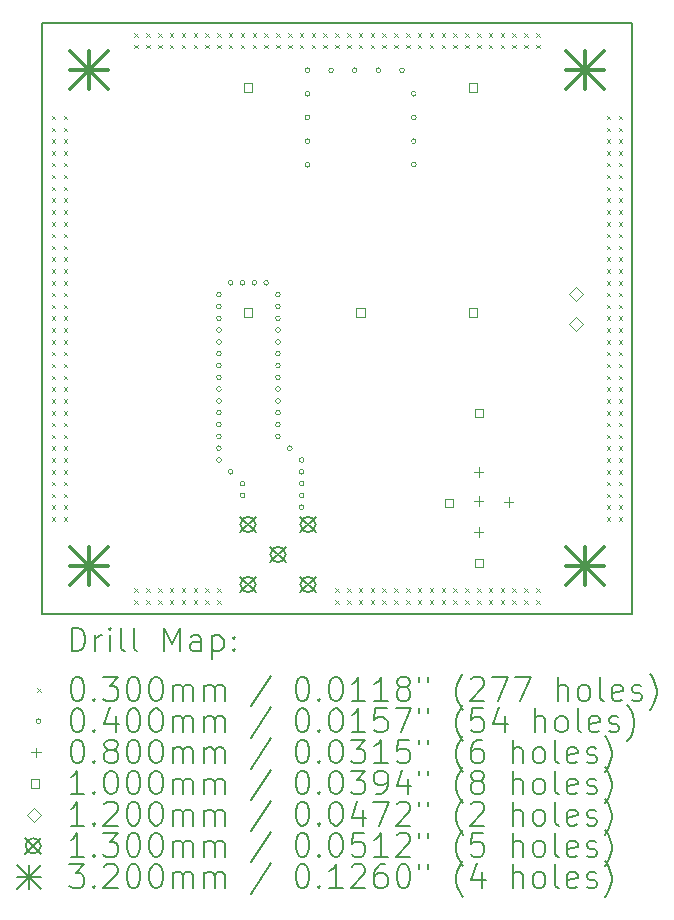
<source format=gbr>
%TF.GenerationSoftware,KiCad,Pcbnew,8.0.4*%
%TF.CreationDate,2025-01-27T10:30:38+01:00*%
%TF.ProjectId,ocxo,6f63786f-2e6b-4696-9361-645f70636258,rev?*%
%TF.SameCoordinates,Original*%
%TF.FileFunction,Drillmap*%
%TF.FilePolarity,Positive*%
%FSLAX45Y45*%
G04 Gerber Fmt 4.5, Leading zero omitted, Abs format (unit mm)*
G04 Created by KiCad (PCBNEW 8.0.4) date 2025-01-27 10:30:38*
%MOMM*%
%LPD*%
G01*
G04 APERTURE LIST*
%ADD10C,0.150000*%
%ADD11C,0.200000*%
%ADD12C,0.100000*%
%ADD13C,0.120000*%
%ADD14C,0.130048*%
%ADD15C,0.320000*%
G04 APERTURE END LIST*
D10*
X8000000Y-9500000D02*
X8000000Y-4500000D01*
X13000000Y-9500000D02*
X8000000Y-9500000D01*
X13000000Y-4500000D02*
X13000000Y-9500000D01*
X8000000Y-4500000D02*
X13000000Y-4500000D01*
D11*
D12*
X8085000Y-5285000D02*
X8115000Y-5315000D01*
X8115000Y-5285000D02*
X8085000Y-5315000D01*
X8085000Y-5385000D02*
X8115000Y-5415000D01*
X8115000Y-5385000D02*
X8085000Y-5415000D01*
X8085000Y-5485000D02*
X8115000Y-5515000D01*
X8115000Y-5485000D02*
X8085000Y-5515000D01*
X8085000Y-5585000D02*
X8115000Y-5615000D01*
X8115000Y-5585000D02*
X8085000Y-5615000D01*
X8085000Y-5685000D02*
X8115000Y-5715000D01*
X8115000Y-5685000D02*
X8085000Y-5715000D01*
X8085000Y-5785000D02*
X8115000Y-5815000D01*
X8115000Y-5785000D02*
X8085000Y-5815000D01*
X8085000Y-5885000D02*
X8115000Y-5915000D01*
X8115000Y-5885000D02*
X8085000Y-5915000D01*
X8085000Y-5985000D02*
X8115000Y-6015000D01*
X8115000Y-5985000D02*
X8085000Y-6015000D01*
X8085000Y-6085000D02*
X8115000Y-6115000D01*
X8115000Y-6085000D02*
X8085000Y-6115000D01*
X8085000Y-6185000D02*
X8115000Y-6215000D01*
X8115000Y-6185000D02*
X8085000Y-6215000D01*
X8085000Y-6285000D02*
X8115000Y-6315000D01*
X8115000Y-6285000D02*
X8085000Y-6315000D01*
X8085000Y-6385000D02*
X8115000Y-6415000D01*
X8115000Y-6385000D02*
X8085000Y-6415000D01*
X8085000Y-6485000D02*
X8115000Y-6515000D01*
X8115000Y-6485000D02*
X8085000Y-6515000D01*
X8085000Y-6585000D02*
X8115000Y-6615000D01*
X8115000Y-6585000D02*
X8085000Y-6615000D01*
X8085000Y-6685000D02*
X8115000Y-6715000D01*
X8115000Y-6685000D02*
X8085000Y-6715000D01*
X8085000Y-6785000D02*
X8115000Y-6815000D01*
X8115000Y-6785000D02*
X8085000Y-6815000D01*
X8085000Y-6885000D02*
X8115000Y-6915000D01*
X8115000Y-6885000D02*
X8085000Y-6915000D01*
X8085000Y-6985000D02*
X8115000Y-7015000D01*
X8115000Y-6985000D02*
X8085000Y-7015000D01*
X8085000Y-7085000D02*
X8115000Y-7115000D01*
X8115000Y-7085000D02*
X8085000Y-7115000D01*
X8085000Y-7185000D02*
X8115000Y-7215000D01*
X8115000Y-7185000D02*
X8085000Y-7215000D01*
X8085000Y-7285000D02*
X8115000Y-7315000D01*
X8115000Y-7285000D02*
X8085000Y-7315000D01*
X8085000Y-7385000D02*
X8115000Y-7415000D01*
X8115000Y-7385000D02*
X8085000Y-7415000D01*
X8085000Y-7485000D02*
X8115000Y-7515000D01*
X8115000Y-7485000D02*
X8085000Y-7515000D01*
X8085000Y-7585000D02*
X8115000Y-7615000D01*
X8115000Y-7585000D02*
X8085000Y-7615000D01*
X8085000Y-7685000D02*
X8115000Y-7715000D01*
X8115000Y-7685000D02*
X8085000Y-7715000D01*
X8085000Y-7785000D02*
X8115000Y-7815000D01*
X8115000Y-7785000D02*
X8085000Y-7815000D01*
X8085000Y-7885000D02*
X8115000Y-7915000D01*
X8115000Y-7885000D02*
X8085000Y-7915000D01*
X8085000Y-7985000D02*
X8115000Y-8015000D01*
X8115000Y-7985000D02*
X8085000Y-8015000D01*
X8085000Y-8085000D02*
X8115000Y-8115000D01*
X8115000Y-8085000D02*
X8085000Y-8115000D01*
X8085000Y-8185000D02*
X8115000Y-8215000D01*
X8115000Y-8185000D02*
X8085000Y-8215000D01*
X8085000Y-8285000D02*
X8115000Y-8315000D01*
X8115000Y-8285000D02*
X8085000Y-8315000D01*
X8085000Y-8385000D02*
X8115000Y-8415000D01*
X8115000Y-8385000D02*
X8085000Y-8415000D01*
X8085000Y-8485000D02*
X8115000Y-8515000D01*
X8115000Y-8485000D02*
X8085000Y-8515000D01*
X8085000Y-8585000D02*
X8115000Y-8615000D01*
X8115000Y-8585000D02*
X8085000Y-8615000D01*
X8085000Y-8685000D02*
X8115000Y-8715000D01*
X8115000Y-8685000D02*
X8085000Y-8715000D01*
X8185000Y-5285000D02*
X8215000Y-5315000D01*
X8215000Y-5285000D02*
X8185000Y-5315000D01*
X8185000Y-5385000D02*
X8215000Y-5415000D01*
X8215000Y-5385000D02*
X8185000Y-5415000D01*
X8185000Y-5485000D02*
X8215000Y-5515000D01*
X8215000Y-5485000D02*
X8185000Y-5515000D01*
X8185000Y-5585000D02*
X8215000Y-5615000D01*
X8215000Y-5585000D02*
X8185000Y-5615000D01*
X8185000Y-5685000D02*
X8215000Y-5715000D01*
X8215000Y-5685000D02*
X8185000Y-5715000D01*
X8185000Y-5785000D02*
X8215000Y-5815000D01*
X8215000Y-5785000D02*
X8185000Y-5815000D01*
X8185000Y-5885000D02*
X8215000Y-5915000D01*
X8215000Y-5885000D02*
X8185000Y-5915000D01*
X8185000Y-5985000D02*
X8215000Y-6015000D01*
X8215000Y-5985000D02*
X8185000Y-6015000D01*
X8185000Y-6085000D02*
X8215000Y-6115000D01*
X8215000Y-6085000D02*
X8185000Y-6115000D01*
X8185000Y-6185000D02*
X8215000Y-6215000D01*
X8215000Y-6185000D02*
X8185000Y-6215000D01*
X8185000Y-6285000D02*
X8215000Y-6315000D01*
X8215000Y-6285000D02*
X8185000Y-6315000D01*
X8185000Y-6385000D02*
X8215000Y-6415000D01*
X8215000Y-6385000D02*
X8185000Y-6415000D01*
X8185000Y-6485000D02*
X8215000Y-6515000D01*
X8215000Y-6485000D02*
X8185000Y-6515000D01*
X8185000Y-6585000D02*
X8215000Y-6615000D01*
X8215000Y-6585000D02*
X8185000Y-6615000D01*
X8185000Y-6685000D02*
X8215000Y-6715000D01*
X8215000Y-6685000D02*
X8185000Y-6715000D01*
X8185000Y-6785000D02*
X8215000Y-6815000D01*
X8215000Y-6785000D02*
X8185000Y-6815000D01*
X8185000Y-6885000D02*
X8215000Y-6915000D01*
X8215000Y-6885000D02*
X8185000Y-6915000D01*
X8185000Y-6985000D02*
X8215000Y-7015000D01*
X8215000Y-6985000D02*
X8185000Y-7015000D01*
X8185000Y-7085000D02*
X8215000Y-7115000D01*
X8215000Y-7085000D02*
X8185000Y-7115000D01*
X8185000Y-7185000D02*
X8215000Y-7215000D01*
X8215000Y-7185000D02*
X8185000Y-7215000D01*
X8185000Y-7285000D02*
X8215000Y-7315000D01*
X8215000Y-7285000D02*
X8185000Y-7315000D01*
X8185000Y-7385000D02*
X8215000Y-7415000D01*
X8215000Y-7385000D02*
X8185000Y-7415000D01*
X8185000Y-7485000D02*
X8215000Y-7515000D01*
X8215000Y-7485000D02*
X8185000Y-7515000D01*
X8185000Y-7585000D02*
X8215000Y-7615000D01*
X8215000Y-7585000D02*
X8185000Y-7615000D01*
X8185000Y-7685000D02*
X8215000Y-7715000D01*
X8215000Y-7685000D02*
X8185000Y-7715000D01*
X8185000Y-7785000D02*
X8215000Y-7815000D01*
X8215000Y-7785000D02*
X8185000Y-7815000D01*
X8185000Y-7885000D02*
X8215000Y-7915000D01*
X8215000Y-7885000D02*
X8185000Y-7915000D01*
X8185000Y-7985000D02*
X8215000Y-8015000D01*
X8215000Y-7985000D02*
X8185000Y-8015000D01*
X8185000Y-8085000D02*
X8215000Y-8115000D01*
X8215000Y-8085000D02*
X8185000Y-8115000D01*
X8185000Y-8185000D02*
X8215000Y-8215000D01*
X8215000Y-8185000D02*
X8185000Y-8215000D01*
X8185000Y-8285000D02*
X8215000Y-8315000D01*
X8215000Y-8285000D02*
X8185000Y-8315000D01*
X8185000Y-8385000D02*
X8215000Y-8415000D01*
X8215000Y-8385000D02*
X8185000Y-8415000D01*
X8185000Y-8485000D02*
X8215000Y-8515000D01*
X8215000Y-8485000D02*
X8185000Y-8515000D01*
X8185000Y-8585000D02*
X8215000Y-8615000D01*
X8215000Y-8585000D02*
X8185000Y-8615000D01*
X8185000Y-8685000D02*
X8215000Y-8715000D01*
X8215000Y-8685000D02*
X8185000Y-8715000D01*
X8785000Y-4585000D02*
X8815000Y-4615000D01*
X8815000Y-4585000D02*
X8785000Y-4615000D01*
X8785000Y-4685000D02*
X8815000Y-4715000D01*
X8815000Y-4685000D02*
X8785000Y-4715000D01*
X8785000Y-9285000D02*
X8815000Y-9315000D01*
X8815000Y-9285000D02*
X8785000Y-9315000D01*
X8785000Y-9385000D02*
X8815000Y-9415000D01*
X8815000Y-9385000D02*
X8785000Y-9415000D01*
X8885000Y-4585000D02*
X8915000Y-4615000D01*
X8915000Y-4585000D02*
X8885000Y-4615000D01*
X8885000Y-4685000D02*
X8915000Y-4715000D01*
X8915000Y-4685000D02*
X8885000Y-4715000D01*
X8885000Y-9285000D02*
X8915000Y-9315000D01*
X8915000Y-9285000D02*
X8885000Y-9315000D01*
X8885000Y-9385000D02*
X8915000Y-9415000D01*
X8915000Y-9385000D02*
X8885000Y-9415000D01*
X8985000Y-4585000D02*
X9015000Y-4615000D01*
X9015000Y-4585000D02*
X8985000Y-4615000D01*
X8985000Y-4685000D02*
X9015000Y-4715000D01*
X9015000Y-4685000D02*
X8985000Y-4715000D01*
X8985000Y-9285000D02*
X9015000Y-9315000D01*
X9015000Y-9285000D02*
X8985000Y-9315000D01*
X8985000Y-9385000D02*
X9015000Y-9415000D01*
X9015000Y-9385000D02*
X8985000Y-9415000D01*
X9085000Y-4585000D02*
X9115000Y-4615000D01*
X9115000Y-4585000D02*
X9085000Y-4615000D01*
X9085000Y-4685000D02*
X9115000Y-4715000D01*
X9115000Y-4685000D02*
X9085000Y-4715000D01*
X9085000Y-9285000D02*
X9115000Y-9315000D01*
X9115000Y-9285000D02*
X9085000Y-9315000D01*
X9085000Y-9385000D02*
X9115000Y-9415000D01*
X9115000Y-9385000D02*
X9085000Y-9415000D01*
X9185000Y-4585000D02*
X9215000Y-4615000D01*
X9215000Y-4585000D02*
X9185000Y-4615000D01*
X9185000Y-4685000D02*
X9215000Y-4715000D01*
X9215000Y-4685000D02*
X9185000Y-4715000D01*
X9185000Y-9285000D02*
X9215000Y-9315000D01*
X9215000Y-9285000D02*
X9185000Y-9315000D01*
X9185000Y-9385000D02*
X9215000Y-9415000D01*
X9215000Y-9385000D02*
X9185000Y-9415000D01*
X9285000Y-4585000D02*
X9315000Y-4615000D01*
X9315000Y-4585000D02*
X9285000Y-4615000D01*
X9285000Y-4685000D02*
X9315000Y-4715000D01*
X9315000Y-4685000D02*
X9285000Y-4715000D01*
X9285000Y-9285000D02*
X9315000Y-9315000D01*
X9315000Y-9285000D02*
X9285000Y-9315000D01*
X9285000Y-9385000D02*
X9315000Y-9415000D01*
X9315000Y-9385000D02*
X9285000Y-9415000D01*
X9385000Y-4585000D02*
X9415000Y-4615000D01*
X9415000Y-4585000D02*
X9385000Y-4615000D01*
X9385000Y-4685000D02*
X9415000Y-4715000D01*
X9415000Y-4685000D02*
X9385000Y-4715000D01*
X9385000Y-9285000D02*
X9415000Y-9315000D01*
X9415000Y-9285000D02*
X9385000Y-9315000D01*
X9385000Y-9385000D02*
X9415000Y-9415000D01*
X9415000Y-9385000D02*
X9385000Y-9415000D01*
X9485000Y-4585000D02*
X9515000Y-4615000D01*
X9515000Y-4585000D02*
X9485000Y-4615000D01*
X9485000Y-4685000D02*
X9515000Y-4715000D01*
X9515000Y-4685000D02*
X9485000Y-4715000D01*
X9485000Y-9285000D02*
X9515000Y-9315000D01*
X9515000Y-9285000D02*
X9485000Y-9315000D01*
X9485000Y-9385000D02*
X9515000Y-9415000D01*
X9515000Y-9385000D02*
X9485000Y-9415000D01*
X9585000Y-4585000D02*
X9615000Y-4615000D01*
X9615000Y-4585000D02*
X9585000Y-4615000D01*
X9585000Y-4685000D02*
X9615000Y-4715000D01*
X9615000Y-4685000D02*
X9585000Y-4715000D01*
X9685000Y-4585000D02*
X9715000Y-4615000D01*
X9715000Y-4585000D02*
X9685000Y-4615000D01*
X9685000Y-4685000D02*
X9715000Y-4715000D01*
X9715000Y-4685000D02*
X9685000Y-4715000D01*
X9785000Y-4585000D02*
X9815000Y-4615000D01*
X9815000Y-4585000D02*
X9785000Y-4615000D01*
X9785000Y-4685000D02*
X9815000Y-4715000D01*
X9815000Y-4685000D02*
X9785000Y-4715000D01*
X9885000Y-4585000D02*
X9915000Y-4615000D01*
X9915000Y-4585000D02*
X9885000Y-4615000D01*
X9885000Y-4685000D02*
X9915000Y-4715000D01*
X9915000Y-4685000D02*
X9885000Y-4715000D01*
X9985000Y-4585000D02*
X10015000Y-4615000D01*
X10015000Y-4585000D02*
X9985000Y-4615000D01*
X9985000Y-4685000D02*
X10015000Y-4715000D01*
X10015000Y-4685000D02*
X9985000Y-4715000D01*
X10085000Y-4585000D02*
X10115000Y-4615000D01*
X10115000Y-4585000D02*
X10085000Y-4615000D01*
X10085000Y-4685000D02*
X10115000Y-4715000D01*
X10115000Y-4685000D02*
X10085000Y-4715000D01*
X10185000Y-4585000D02*
X10215000Y-4615000D01*
X10215000Y-4585000D02*
X10185000Y-4615000D01*
X10185000Y-4685000D02*
X10215000Y-4715000D01*
X10215000Y-4685000D02*
X10185000Y-4715000D01*
X10285000Y-4585000D02*
X10315000Y-4615000D01*
X10315000Y-4585000D02*
X10285000Y-4615000D01*
X10285000Y-4685000D02*
X10315000Y-4715000D01*
X10315000Y-4685000D02*
X10285000Y-4715000D01*
X10385000Y-4585000D02*
X10415000Y-4615000D01*
X10415000Y-4585000D02*
X10385000Y-4615000D01*
X10385000Y-4685000D02*
X10415000Y-4715000D01*
X10415000Y-4685000D02*
X10385000Y-4715000D01*
X10485000Y-4585000D02*
X10515000Y-4615000D01*
X10515000Y-4585000D02*
X10485000Y-4615000D01*
X10485000Y-4685000D02*
X10515000Y-4715000D01*
X10515000Y-4685000D02*
X10485000Y-4715000D01*
X10485000Y-9285000D02*
X10515000Y-9315000D01*
X10515000Y-9285000D02*
X10485000Y-9315000D01*
X10485000Y-9385000D02*
X10515000Y-9415000D01*
X10515000Y-9385000D02*
X10485000Y-9415000D01*
X10585000Y-4585000D02*
X10615000Y-4615000D01*
X10615000Y-4585000D02*
X10585000Y-4615000D01*
X10585000Y-4685000D02*
X10615000Y-4715000D01*
X10615000Y-4685000D02*
X10585000Y-4715000D01*
X10585000Y-9285000D02*
X10615000Y-9315000D01*
X10615000Y-9285000D02*
X10585000Y-9315000D01*
X10585000Y-9385000D02*
X10615000Y-9415000D01*
X10615000Y-9385000D02*
X10585000Y-9415000D01*
X10685000Y-4585000D02*
X10715000Y-4615000D01*
X10715000Y-4585000D02*
X10685000Y-4615000D01*
X10685000Y-4685000D02*
X10715000Y-4715000D01*
X10715000Y-4685000D02*
X10685000Y-4715000D01*
X10685000Y-9285000D02*
X10715000Y-9315000D01*
X10715000Y-9285000D02*
X10685000Y-9315000D01*
X10685000Y-9385000D02*
X10715000Y-9415000D01*
X10715000Y-9385000D02*
X10685000Y-9415000D01*
X10785000Y-4585000D02*
X10815000Y-4615000D01*
X10815000Y-4585000D02*
X10785000Y-4615000D01*
X10785000Y-4685000D02*
X10815000Y-4715000D01*
X10815000Y-4685000D02*
X10785000Y-4715000D01*
X10785000Y-9285000D02*
X10815000Y-9315000D01*
X10815000Y-9285000D02*
X10785000Y-9315000D01*
X10785000Y-9385000D02*
X10815000Y-9415000D01*
X10815000Y-9385000D02*
X10785000Y-9415000D01*
X10885000Y-4585000D02*
X10915000Y-4615000D01*
X10915000Y-4585000D02*
X10885000Y-4615000D01*
X10885000Y-4685000D02*
X10915000Y-4715000D01*
X10915000Y-4685000D02*
X10885000Y-4715000D01*
X10885000Y-9285000D02*
X10915000Y-9315000D01*
X10915000Y-9285000D02*
X10885000Y-9315000D01*
X10885000Y-9385000D02*
X10915000Y-9415000D01*
X10915000Y-9385000D02*
X10885000Y-9415000D01*
X10985000Y-4585000D02*
X11015000Y-4615000D01*
X11015000Y-4585000D02*
X10985000Y-4615000D01*
X10985000Y-4685000D02*
X11015000Y-4715000D01*
X11015000Y-4685000D02*
X10985000Y-4715000D01*
X10985000Y-9285000D02*
X11015000Y-9315000D01*
X11015000Y-9285000D02*
X10985000Y-9315000D01*
X10985000Y-9385000D02*
X11015000Y-9415000D01*
X11015000Y-9385000D02*
X10985000Y-9415000D01*
X11085000Y-4585000D02*
X11115000Y-4615000D01*
X11115000Y-4585000D02*
X11085000Y-4615000D01*
X11085000Y-4685000D02*
X11115000Y-4715000D01*
X11115000Y-4685000D02*
X11085000Y-4715000D01*
X11085000Y-9285000D02*
X11115000Y-9315000D01*
X11115000Y-9285000D02*
X11085000Y-9315000D01*
X11085000Y-9385000D02*
X11115000Y-9415000D01*
X11115000Y-9385000D02*
X11085000Y-9415000D01*
X11085000Y-9385000D02*
X11115000Y-9415000D01*
X11115000Y-9385000D02*
X11085000Y-9415000D01*
X11185000Y-4585000D02*
X11215000Y-4615000D01*
X11215000Y-4585000D02*
X11185000Y-4615000D01*
X11185000Y-4685000D02*
X11215000Y-4715000D01*
X11215000Y-4685000D02*
X11185000Y-4715000D01*
X11185000Y-9285000D02*
X11215000Y-9315000D01*
X11215000Y-9285000D02*
X11185000Y-9315000D01*
X11185000Y-9385000D02*
X11215000Y-9415000D01*
X11215000Y-9385000D02*
X11185000Y-9415000D01*
X11285000Y-4585000D02*
X11315000Y-4615000D01*
X11315000Y-4585000D02*
X11285000Y-4615000D01*
X11285000Y-4685000D02*
X11315000Y-4715000D01*
X11315000Y-4685000D02*
X11285000Y-4715000D01*
X11285000Y-9285000D02*
X11315000Y-9315000D01*
X11315000Y-9285000D02*
X11285000Y-9315000D01*
X11285000Y-9385000D02*
X11315000Y-9415000D01*
X11315000Y-9385000D02*
X11285000Y-9415000D01*
X11385000Y-4585000D02*
X11415000Y-4615000D01*
X11415000Y-4585000D02*
X11385000Y-4615000D01*
X11385000Y-4685000D02*
X11415000Y-4715000D01*
X11415000Y-4685000D02*
X11385000Y-4715000D01*
X11385000Y-9285000D02*
X11415000Y-9315000D01*
X11415000Y-9285000D02*
X11385000Y-9315000D01*
X11385000Y-9385000D02*
X11415000Y-9415000D01*
X11415000Y-9385000D02*
X11385000Y-9415000D01*
X11485000Y-4585000D02*
X11515000Y-4615000D01*
X11515000Y-4585000D02*
X11485000Y-4615000D01*
X11485000Y-4685000D02*
X11515000Y-4715000D01*
X11515000Y-4685000D02*
X11485000Y-4715000D01*
X11485000Y-9285000D02*
X11515000Y-9315000D01*
X11515000Y-9285000D02*
X11485000Y-9315000D01*
X11485000Y-9385000D02*
X11515000Y-9415000D01*
X11515000Y-9385000D02*
X11485000Y-9415000D01*
X11585000Y-4585000D02*
X11615000Y-4615000D01*
X11615000Y-4585000D02*
X11585000Y-4615000D01*
X11585000Y-4685000D02*
X11615000Y-4715000D01*
X11615000Y-4685000D02*
X11585000Y-4715000D01*
X11585000Y-9285000D02*
X11615000Y-9315000D01*
X11615000Y-9285000D02*
X11585000Y-9315000D01*
X11585000Y-9385000D02*
X11615000Y-9415000D01*
X11615000Y-9385000D02*
X11585000Y-9415000D01*
X11685000Y-4585000D02*
X11715000Y-4615000D01*
X11715000Y-4585000D02*
X11685000Y-4615000D01*
X11685000Y-4685000D02*
X11715000Y-4715000D01*
X11715000Y-4685000D02*
X11685000Y-4715000D01*
X11685000Y-9285000D02*
X11715000Y-9315000D01*
X11715000Y-9285000D02*
X11685000Y-9315000D01*
X11685000Y-9385000D02*
X11715000Y-9415000D01*
X11715000Y-9385000D02*
X11685000Y-9415000D01*
X11785000Y-4585000D02*
X11815000Y-4615000D01*
X11815000Y-4585000D02*
X11785000Y-4615000D01*
X11785000Y-4685000D02*
X11815000Y-4715000D01*
X11815000Y-4685000D02*
X11785000Y-4715000D01*
X11785000Y-9285000D02*
X11815000Y-9315000D01*
X11815000Y-9285000D02*
X11785000Y-9315000D01*
X11785000Y-9385000D02*
X11815000Y-9415000D01*
X11815000Y-9385000D02*
X11785000Y-9415000D01*
X11885000Y-4585000D02*
X11915000Y-4615000D01*
X11915000Y-4585000D02*
X11885000Y-4615000D01*
X11885000Y-4685000D02*
X11915000Y-4715000D01*
X11915000Y-4685000D02*
X11885000Y-4715000D01*
X11885000Y-9285000D02*
X11915000Y-9315000D01*
X11915000Y-9285000D02*
X11885000Y-9315000D01*
X11885000Y-9385000D02*
X11915000Y-9415000D01*
X11915000Y-9385000D02*
X11885000Y-9415000D01*
X11985000Y-4585000D02*
X12015000Y-4615000D01*
X12015000Y-4585000D02*
X11985000Y-4615000D01*
X11985000Y-4685000D02*
X12015000Y-4715000D01*
X12015000Y-4685000D02*
X11985000Y-4715000D01*
X11985000Y-9285000D02*
X12015000Y-9315000D01*
X12015000Y-9285000D02*
X11985000Y-9315000D01*
X11985000Y-9385000D02*
X12015000Y-9415000D01*
X12015000Y-9385000D02*
X11985000Y-9415000D01*
X12085000Y-4585000D02*
X12115000Y-4615000D01*
X12115000Y-4585000D02*
X12085000Y-4615000D01*
X12085000Y-4685000D02*
X12115000Y-4715000D01*
X12115000Y-4685000D02*
X12085000Y-4715000D01*
X12085000Y-9285000D02*
X12115000Y-9315000D01*
X12115000Y-9285000D02*
X12085000Y-9315000D01*
X12085000Y-9385000D02*
X12115000Y-9415000D01*
X12115000Y-9385000D02*
X12085000Y-9415000D01*
X12185000Y-4585000D02*
X12215000Y-4615000D01*
X12215000Y-4585000D02*
X12185000Y-4615000D01*
X12185000Y-4685000D02*
X12215000Y-4715000D01*
X12215000Y-4685000D02*
X12185000Y-4715000D01*
X12185000Y-9285000D02*
X12215000Y-9315000D01*
X12215000Y-9285000D02*
X12185000Y-9315000D01*
X12185000Y-9385000D02*
X12215000Y-9415000D01*
X12215000Y-9385000D02*
X12185000Y-9415000D01*
X12785000Y-5285000D02*
X12815000Y-5315000D01*
X12815000Y-5285000D02*
X12785000Y-5315000D01*
X12785000Y-5385000D02*
X12815000Y-5415000D01*
X12815000Y-5385000D02*
X12785000Y-5415000D01*
X12785000Y-5485000D02*
X12815000Y-5515000D01*
X12815000Y-5485000D02*
X12785000Y-5515000D01*
X12785000Y-5585000D02*
X12815000Y-5615000D01*
X12815000Y-5585000D02*
X12785000Y-5615000D01*
X12785000Y-5685000D02*
X12815000Y-5715000D01*
X12815000Y-5685000D02*
X12785000Y-5715000D01*
X12785000Y-5785000D02*
X12815000Y-5815000D01*
X12815000Y-5785000D02*
X12785000Y-5815000D01*
X12785000Y-5885000D02*
X12815000Y-5915000D01*
X12815000Y-5885000D02*
X12785000Y-5915000D01*
X12785000Y-5985000D02*
X12815000Y-6015000D01*
X12815000Y-5985000D02*
X12785000Y-6015000D01*
X12785000Y-6085000D02*
X12815000Y-6115000D01*
X12815000Y-6085000D02*
X12785000Y-6115000D01*
X12785000Y-6185000D02*
X12815000Y-6215000D01*
X12815000Y-6185000D02*
X12785000Y-6215000D01*
X12785000Y-6285000D02*
X12815000Y-6315000D01*
X12815000Y-6285000D02*
X12785000Y-6315000D01*
X12785000Y-6385000D02*
X12815000Y-6415000D01*
X12815000Y-6385000D02*
X12785000Y-6415000D01*
X12785000Y-6485000D02*
X12815000Y-6515000D01*
X12815000Y-6485000D02*
X12785000Y-6515000D01*
X12785000Y-6585000D02*
X12815000Y-6615000D01*
X12815000Y-6585000D02*
X12785000Y-6615000D01*
X12785000Y-6685000D02*
X12815000Y-6715000D01*
X12815000Y-6685000D02*
X12785000Y-6715000D01*
X12785000Y-6785000D02*
X12815000Y-6815000D01*
X12815000Y-6785000D02*
X12785000Y-6815000D01*
X12785000Y-6885000D02*
X12815000Y-6915000D01*
X12815000Y-6885000D02*
X12785000Y-6915000D01*
X12785000Y-6985000D02*
X12815000Y-7015000D01*
X12815000Y-6985000D02*
X12785000Y-7015000D01*
X12785000Y-7085000D02*
X12815000Y-7115000D01*
X12815000Y-7085000D02*
X12785000Y-7115000D01*
X12785000Y-7185000D02*
X12815000Y-7215000D01*
X12815000Y-7185000D02*
X12785000Y-7215000D01*
X12785000Y-7285000D02*
X12815000Y-7315000D01*
X12815000Y-7285000D02*
X12785000Y-7315000D01*
X12785000Y-7385000D02*
X12815000Y-7415000D01*
X12815000Y-7385000D02*
X12785000Y-7415000D01*
X12785000Y-7385000D02*
X12815000Y-7415000D01*
X12815000Y-7385000D02*
X12785000Y-7415000D01*
X12785000Y-7485000D02*
X12815000Y-7515000D01*
X12815000Y-7485000D02*
X12785000Y-7515000D01*
X12785000Y-7485000D02*
X12815000Y-7515000D01*
X12815000Y-7485000D02*
X12785000Y-7515000D01*
X12785000Y-7585000D02*
X12815000Y-7615000D01*
X12815000Y-7585000D02*
X12785000Y-7615000D01*
X12785000Y-7585000D02*
X12815000Y-7615000D01*
X12815000Y-7585000D02*
X12785000Y-7615000D01*
X12785000Y-7685000D02*
X12815000Y-7715000D01*
X12815000Y-7685000D02*
X12785000Y-7715000D01*
X12785000Y-7685000D02*
X12815000Y-7715000D01*
X12815000Y-7685000D02*
X12785000Y-7715000D01*
X12785000Y-7785000D02*
X12815000Y-7815000D01*
X12815000Y-7785000D02*
X12785000Y-7815000D01*
X12785000Y-7785000D02*
X12815000Y-7815000D01*
X12815000Y-7785000D02*
X12785000Y-7815000D01*
X12785000Y-7885000D02*
X12815000Y-7915000D01*
X12815000Y-7885000D02*
X12785000Y-7915000D01*
X12785000Y-7885000D02*
X12815000Y-7915000D01*
X12815000Y-7885000D02*
X12785000Y-7915000D01*
X12785000Y-7985000D02*
X12815000Y-8015000D01*
X12815000Y-7985000D02*
X12785000Y-8015000D01*
X12785000Y-7985000D02*
X12815000Y-8015000D01*
X12815000Y-7985000D02*
X12785000Y-8015000D01*
X12785000Y-8085000D02*
X12815000Y-8115000D01*
X12815000Y-8085000D02*
X12785000Y-8115000D01*
X12785000Y-8085000D02*
X12815000Y-8115000D01*
X12815000Y-8085000D02*
X12785000Y-8115000D01*
X12785000Y-8185000D02*
X12815000Y-8215000D01*
X12815000Y-8185000D02*
X12785000Y-8215000D01*
X12785000Y-8185000D02*
X12815000Y-8215000D01*
X12815000Y-8185000D02*
X12785000Y-8215000D01*
X12785000Y-8285000D02*
X12815000Y-8315000D01*
X12815000Y-8285000D02*
X12785000Y-8315000D01*
X12785000Y-8285000D02*
X12815000Y-8315000D01*
X12815000Y-8285000D02*
X12785000Y-8315000D01*
X12785000Y-8385000D02*
X12815000Y-8415000D01*
X12815000Y-8385000D02*
X12785000Y-8415000D01*
X12785000Y-8385000D02*
X12815000Y-8415000D01*
X12815000Y-8385000D02*
X12785000Y-8415000D01*
X12785000Y-8485000D02*
X12815000Y-8515000D01*
X12815000Y-8485000D02*
X12785000Y-8515000D01*
X12785000Y-8485000D02*
X12815000Y-8515000D01*
X12815000Y-8485000D02*
X12785000Y-8515000D01*
X12785000Y-8585000D02*
X12815000Y-8615000D01*
X12815000Y-8585000D02*
X12785000Y-8615000D01*
X12785000Y-8585000D02*
X12815000Y-8615000D01*
X12815000Y-8585000D02*
X12785000Y-8615000D01*
X12785000Y-8685000D02*
X12815000Y-8715000D01*
X12815000Y-8685000D02*
X12785000Y-8715000D01*
X12785000Y-8685000D02*
X12815000Y-8715000D01*
X12815000Y-8685000D02*
X12785000Y-8715000D01*
X12885000Y-5285000D02*
X12915000Y-5315000D01*
X12915000Y-5285000D02*
X12885000Y-5315000D01*
X12885000Y-5385000D02*
X12915000Y-5415000D01*
X12915000Y-5385000D02*
X12885000Y-5415000D01*
X12885000Y-5485000D02*
X12915000Y-5515000D01*
X12915000Y-5485000D02*
X12885000Y-5515000D01*
X12885000Y-5585000D02*
X12915000Y-5615000D01*
X12915000Y-5585000D02*
X12885000Y-5615000D01*
X12885000Y-5685000D02*
X12915000Y-5715000D01*
X12915000Y-5685000D02*
X12885000Y-5715000D01*
X12885000Y-5785000D02*
X12915000Y-5815000D01*
X12915000Y-5785000D02*
X12885000Y-5815000D01*
X12885000Y-5885000D02*
X12915000Y-5915000D01*
X12915000Y-5885000D02*
X12885000Y-5915000D01*
X12885000Y-5985000D02*
X12915000Y-6015000D01*
X12915000Y-5985000D02*
X12885000Y-6015000D01*
X12885000Y-6085000D02*
X12915000Y-6115000D01*
X12915000Y-6085000D02*
X12885000Y-6115000D01*
X12885000Y-6185000D02*
X12915000Y-6215000D01*
X12915000Y-6185000D02*
X12885000Y-6215000D01*
X12885000Y-6285000D02*
X12915000Y-6315000D01*
X12915000Y-6285000D02*
X12885000Y-6315000D01*
X12885000Y-6385000D02*
X12915000Y-6415000D01*
X12915000Y-6385000D02*
X12885000Y-6415000D01*
X12885000Y-6485000D02*
X12915000Y-6515000D01*
X12915000Y-6485000D02*
X12885000Y-6515000D01*
X12885000Y-6585000D02*
X12915000Y-6615000D01*
X12915000Y-6585000D02*
X12885000Y-6615000D01*
X12885000Y-6685000D02*
X12915000Y-6715000D01*
X12915000Y-6685000D02*
X12885000Y-6715000D01*
X12885000Y-6785000D02*
X12915000Y-6815000D01*
X12915000Y-6785000D02*
X12885000Y-6815000D01*
X12885000Y-6885000D02*
X12915000Y-6915000D01*
X12915000Y-6885000D02*
X12885000Y-6915000D01*
X12885000Y-6985000D02*
X12915000Y-7015000D01*
X12915000Y-6985000D02*
X12885000Y-7015000D01*
X12885000Y-7085000D02*
X12915000Y-7115000D01*
X12915000Y-7085000D02*
X12885000Y-7115000D01*
X12885000Y-7185000D02*
X12915000Y-7215000D01*
X12915000Y-7185000D02*
X12885000Y-7215000D01*
X12885000Y-7285000D02*
X12915000Y-7315000D01*
X12915000Y-7285000D02*
X12885000Y-7315000D01*
X12885000Y-7385000D02*
X12915000Y-7415000D01*
X12915000Y-7385000D02*
X12885000Y-7415000D01*
X12885000Y-7485000D02*
X12915000Y-7515000D01*
X12915000Y-7485000D02*
X12885000Y-7515000D01*
X12885000Y-7585000D02*
X12915000Y-7615000D01*
X12915000Y-7585000D02*
X12885000Y-7615000D01*
X12885000Y-7685000D02*
X12915000Y-7715000D01*
X12915000Y-7685000D02*
X12885000Y-7715000D01*
X12885000Y-7785000D02*
X12915000Y-7815000D01*
X12915000Y-7785000D02*
X12885000Y-7815000D01*
X12885000Y-7885000D02*
X12915000Y-7915000D01*
X12915000Y-7885000D02*
X12885000Y-7915000D01*
X12885000Y-7985000D02*
X12915000Y-8015000D01*
X12915000Y-7985000D02*
X12885000Y-8015000D01*
X12885000Y-8085000D02*
X12915000Y-8115000D01*
X12915000Y-8085000D02*
X12885000Y-8115000D01*
X12885000Y-8185000D02*
X12915000Y-8215000D01*
X12915000Y-8185000D02*
X12885000Y-8215000D01*
X12885000Y-8285000D02*
X12915000Y-8315000D01*
X12915000Y-8285000D02*
X12885000Y-8315000D01*
X12885000Y-8385000D02*
X12915000Y-8415000D01*
X12915000Y-8385000D02*
X12885000Y-8415000D01*
X12885000Y-8485000D02*
X12915000Y-8515000D01*
X12915000Y-8485000D02*
X12885000Y-8515000D01*
X12885000Y-8585000D02*
X12915000Y-8615000D01*
X12915000Y-8585000D02*
X12885000Y-8615000D01*
X12885000Y-8685000D02*
X12915000Y-8715000D01*
X12915000Y-8685000D02*
X12885000Y-8715000D01*
X9520000Y-6800000D02*
G75*
G02*
X9480000Y-6800000I-20000J0D01*
G01*
X9480000Y-6800000D02*
G75*
G02*
X9520000Y-6800000I20000J0D01*
G01*
X9520000Y-6900000D02*
G75*
G02*
X9480000Y-6900000I-20000J0D01*
G01*
X9480000Y-6900000D02*
G75*
G02*
X9520000Y-6900000I20000J0D01*
G01*
X9520000Y-7000000D02*
G75*
G02*
X9480000Y-7000000I-20000J0D01*
G01*
X9480000Y-7000000D02*
G75*
G02*
X9520000Y-7000000I20000J0D01*
G01*
X9520000Y-7100000D02*
G75*
G02*
X9480000Y-7100000I-20000J0D01*
G01*
X9480000Y-7100000D02*
G75*
G02*
X9520000Y-7100000I20000J0D01*
G01*
X9520000Y-7200000D02*
G75*
G02*
X9480000Y-7200000I-20000J0D01*
G01*
X9480000Y-7200000D02*
G75*
G02*
X9520000Y-7200000I20000J0D01*
G01*
X9520000Y-7300000D02*
G75*
G02*
X9480000Y-7300000I-20000J0D01*
G01*
X9480000Y-7300000D02*
G75*
G02*
X9520000Y-7300000I20000J0D01*
G01*
X9520000Y-7400000D02*
G75*
G02*
X9480000Y-7400000I-20000J0D01*
G01*
X9480000Y-7400000D02*
G75*
G02*
X9520000Y-7400000I20000J0D01*
G01*
X9520000Y-7500000D02*
G75*
G02*
X9480000Y-7500000I-20000J0D01*
G01*
X9480000Y-7500000D02*
G75*
G02*
X9520000Y-7500000I20000J0D01*
G01*
X9520000Y-7600000D02*
G75*
G02*
X9480000Y-7600000I-20000J0D01*
G01*
X9480000Y-7600000D02*
G75*
G02*
X9520000Y-7600000I20000J0D01*
G01*
X9520000Y-7700000D02*
G75*
G02*
X9480000Y-7700000I-20000J0D01*
G01*
X9480000Y-7700000D02*
G75*
G02*
X9520000Y-7700000I20000J0D01*
G01*
X9520000Y-7800000D02*
G75*
G02*
X9480000Y-7800000I-20000J0D01*
G01*
X9480000Y-7800000D02*
G75*
G02*
X9520000Y-7800000I20000J0D01*
G01*
X9520000Y-7900000D02*
G75*
G02*
X9480000Y-7900000I-20000J0D01*
G01*
X9480000Y-7900000D02*
G75*
G02*
X9520000Y-7900000I20000J0D01*
G01*
X9520000Y-8000000D02*
G75*
G02*
X9480000Y-8000000I-20000J0D01*
G01*
X9480000Y-8000000D02*
G75*
G02*
X9520000Y-8000000I20000J0D01*
G01*
X9520000Y-8100000D02*
G75*
G02*
X9480000Y-8100000I-20000J0D01*
G01*
X9480000Y-8100000D02*
G75*
G02*
X9520000Y-8100000I20000J0D01*
G01*
X9520000Y-8200000D02*
G75*
G02*
X9480000Y-8200000I-20000J0D01*
G01*
X9480000Y-8200000D02*
G75*
G02*
X9520000Y-8200000I20000J0D01*
G01*
X9620000Y-6700000D02*
G75*
G02*
X9580000Y-6700000I-20000J0D01*
G01*
X9580000Y-6700000D02*
G75*
G02*
X9620000Y-6700000I20000J0D01*
G01*
X9620000Y-8300000D02*
G75*
G02*
X9580000Y-8300000I-20000J0D01*
G01*
X9580000Y-8300000D02*
G75*
G02*
X9620000Y-8300000I20000J0D01*
G01*
X9720000Y-6700000D02*
G75*
G02*
X9680000Y-6700000I-20000J0D01*
G01*
X9680000Y-6700000D02*
G75*
G02*
X9720000Y-6700000I20000J0D01*
G01*
X9720000Y-8400000D02*
G75*
G02*
X9680000Y-8400000I-20000J0D01*
G01*
X9680000Y-8400000D02*
G75*
G02*
X9720000Y-8400000I20000J0D01*
G01*
X9720000Y-8500000D02*
G75*
G02*
X9680000Y-8500000I-20000J0D01*
G01*
X9680000Y-8500000D02*
G75*
G02*
X9720000Y-8500000I20000J0D01*
G01*
X9820000Y-6700000D02*
G75*
G02*
X9780000Y-6700000I-20000J0D01*
G01*
X9780000Y-6700000D02*
G75*
G02*
X9820000Y-6700000I20000J0D01*
G01*
X9920000Y-6700000D02*
G75*
G02*
X9880000Y-6700000I-20000J0D01*
G01*
X9880000Y-6700000D02*
G75*
G02*
X9920000Y-6700000I20000J0D01*
G01*
X10020000Y-6800000D02*
G75*
G02*
X9980000Y-6800000I-20000J0D01*
G01*
X9980000Y-6800000D02*
G75*
G02*
X10020000Y-6800000I20000J0D01*
G01*
X10020000Y-6900000D02*
G75*
G02*
X9980000Y-6900000I-20000J0D01*
G01*
X9980000Y-6900000D02*
G75*
G02*
X10020000Y-6900000I20000J0D01*
G01*
X10020000Y-7000000D02*
G75*
G02*
X9980000Y-7000000I-20000J0D01*
G01*
X9980000Y-7000000D02*
G75*
G02*
X10020000Y-7000000I20000J0D01*
G01*
X10020000Y-7100000D02*
G75*
G02*
X9980000Y-7100000I-20000J0D01*
G01*
X9980000Y-7100000D02*
G75*
G02*
X10020000Y-7100000I20000J0D01*
G01*
X10020000Y-7200000D02*
G75*
G02*
X9980000Y-7200000I-20000J0D01*
G01*
X9980000Y-7200000D02*
G75*
G02*
X10020000Y-7200000I20000J0D01*
G01*
X10020000Y-7300000D02*
G75*
G02*
X9980000Y-7300000I-20000J0D01*
G01*
X9980000Y-7300000D02*
G75*
G02*
X10020000Y-7300000I20000J0D01*
G01*
X10020000Y-7400000D02*
G75*
G02*
X9980000Y-7400000I-20000J0D01*
G01*
X9980000Y-7400000D02*
G75*
G02*
X10020000Y-7400000I20000J0D01*
G01*
X10020000Y-7500000D02*
G75*
G02*
X9980000Y-7500000I-20000J0D01*
G01*
X9980000Y-7500000D02*
G75*
G02*
X10020000Y-7500000I20000J0D01*
G01*
X10020000Y-7600000D02*
G75*
G02*
X9980000Y-7600000I-20000J0D01*
G01*
X9980000Y-7600000D02*
G75*
G02*
X10020000Y-7600000I20000J0D01*
G01*
X10020000Y-7700000D02*
G75*
G02*
X9980000Y-7700000I-20000J0D01*
G01*
X9980000Y-7700000D02*
G75*
G02*
X10020000Y-7700000I20000J0D01*
G01*
X10020000Y-7800000D02*
G75*
G02*
X9980000Y-7800000I-20000J0D01*
G01*
X9980000Y-7800000D02*
G75*
G02*
X10020000Y-7800000I20000J0D01*
G01*
X10020000Y-7900000D02*
G75*
G02*
X9980000Y-7900000I-20000J0D01*
G01*
X9980000Y-7900000D02*
G75*
G02*
X10020000Y-7900000I20000J0D01*
G01*
X10020000Y-8000000D02*
G75*
G02*
X9980000Y-8000000I-20000J0D01*
G01*
X9980000Y-8000000D02*
G75*
G02*
X10020000Y-8000000I20000J0D01*
G01*
X10120000Y-8100000D02*
G75*
G02*
X10080000Y-8100000I-20000J0D01*
G01*
X10080000Y-8100000D02*
G75*
G02*
X10120000Y-8100000I20000J0D01*
G01*
X10220000Y-8200000D02*
G75*
G02*
X10180000Y-8200000I-20000J0D01*
G01*
X10180000Y-8200000D02*
G75*
G02*
X10220000Y-8200000I20000J0D01*
G01*
X10220000Y-8300000D02*
G75*
G02*
X10180000Y-8300000I-20000J0D01*
G01*
X10180000Y-8300000D02*
G75*
G02*
X10220000Y-8300000I20000J0D01*
G01*
X10220000Y-8400000D02*
G75*
G02*
X10180000Y-8400000I-20000J0D01*
G01*
X10180000Y-8400000D02*
G75*
G02*
X10220000Y-8400000I20000J0D01*
G01*
X10220000Y-8500000D02*
G75*
G02*
X10180000Y-8500000I-20000J0D01*
G01*
X10180000Y-8500000D02*
G75*
G02*
X10220000Y-8500000I20000J0D01*
G01*
X10220000Y-8600000D02*
G75*
G02*
X10180000Y-8600000I-20000J0D01*
G01*
X10180000Y-8600000D02*
G75*
G02*
X10220000Y-8600000I20000J0D01*
G01*
X10270000Y-4900000D02*
G75*
G02*
X10230000Y-4900000I-20000J0D01*
G01*
X10230000Y-4900000D02*
G75*
G02*
X10270000Y-4900000I20000J0D01*
G01*
X10270000Y-5100000D02*
G75*
G02*
X10230000Y-5100000I-20000J0D01*
G01*
X10230000Y-5100000D02*
G75*
G02*
X10270000Y-5100000I20000J0D01*
G01*
X10270000Y-5300000D02*
G75*
G02*
X10230000Y-5300000I-20000J0D01*
G01*
X10230000Y-5300000D02*
G75*
G02*
X10270000Y-5300000I20000J0D01*
G01*
X10270000Y-5500000D02*
G75*
G02*
X10230000Y-5500000I-20000J0D01*
G01*
X10230000Y-5500000D02*
G75*
G02*
X10270000Y-5500000I20000J0D01*
G01*
X10270000Y-5700000D02*
G75*
G02*
X10230000Y-5700000I-20000J0D01*
G01*
X10230000Y-5700000D02*
G75*
G02*
X10270000Y-5700000I20000J0D01*
G01*
X10470000Y-4900000D02*
G75*
G02*
X10430000Y-4900000I-20000J0D01*
G01*
X10430000Y-4900000D02*
G75*
G02*
X10470000Y-4900000I20000J0D01*
G01*
X10670000Y-4900000D02*
G75*
G02*
X10630000Y-4900000I-20000J0D01*
G01*
X10630000Y-4900000D02*
G75*
G02*
X10670000Y-4900000I20000J0D01*
G01*
X10870000Y-4900000D02*
G75*
G02*
X10830000Y-4900000I-20000J0D01*
G01*
X10830000Y-4900000D02*
G75*
G02*
X10870000Y-4900000I20000J0D01*
G01*
X11070000Y-4900000D02*
G75*
G02*
X11030000Y-4900000I-20000J0D01*
G01*
X11030000Y-4900000D02*
G75*
G02*
X11070000Y-4900000I20000J0D01*
G01*
X11170000Y-5100000D02*
G75*
G02*
X11130000Y-5100000I-20000J0D01*
G01*
X11130000Y-5100000D02*
G75*
G02*
X11170000Y-5100000I20000J0D01*
G01*
X11170000Y-5300000D02*
G75*
G02*
X11130000Y-5300000I-20000J0D01*
G01*
X11130000Y-5300000D02*
G75*
G02*
X11170000Y-5300000I20000J0D01*
G01*
X11170000Y-5500000D02*
G75*
G02*
X11130000Y-5500000I-20000J0D01*
G01*
X11130000Y-5500000D02*
G75*
G02*
X11170000Y-5500000I20000J0D01*
G01*
X11170000Y-5700000D02*
G75*
G02*
X11130000Y-5700000I-20000J0D01*
G01*
X11130000Y-5700000D02*
G75*
G02*
X11170000Y-5700000I20000J0D01*
G01*
X11700000Y-8260000D02*
X11700000Y-8340000D01*
X11660000Y-8300000D02*
X11740000Y-8300000D01*
X11700000Y-8260000D02*
X11700000Y-8340000D01*
X11660000Y-8300000D02*
X11740000Y-8300000D01*
X11700000Y-8506000D02*
X11700000Y-8586000D01*
X11660000Y-8546000D02*
X11740000Y-8546000D01*
X11700000Y-8768000D02*
X11700000Y-8848000D01*
X11660000Y-8808000D02*
X11740000Y-8808000D01*
X11700000Y-8770000D02*
X11700000Y-8850000D01*
X11660000Y-8810000D02*
X11740000Y-8810000D01*
X11954000Y-8514000D02*
X11954000Y-8594000D01*
X11914000Y-8554000D02*
X11994000Y-8554000D01*
X9782856Y-5082856D02*
X9782856Y-5012144D01*
X9712144Y-5012144D01*
X9712144Y-5082856D01*
X9782856Y-5082856D01*
X9782856Y-6987856D02*
X9782856Y-6917144D01*
X9712144Y-6917144D01*
X9712144Y-6987856D01*
X9782856Y-6987856D01*
X10735356Y-6987856D02*
X10735356Y-6917144D01*
X10664644Y-6917144D01*
X10664644Y-6987856D01*
X10735356Y-6987856D01*
X11481356Y-8597356D02*
X11481356Y-8526644D01*
X11410644Y-8526644D01*
X11410644Y-8597356D01*
X11481356Y-8597356D01*
X11687856Y-5082856D02*
X11687856Y-5012144D01*
X11617144Y-5012144D01*
X11617144Y-5082856D01*
X11687856Y-5082856D01*
X11687856Y-6987856D02*
X11687856Y-6917144D01*
X11617144Y-6917144D01*
X11617144Y-6987856D01*
X11687856Y-6987856D01*
X11735356Y-7835356D02*
X11735356Y-7764644D01*
X11664644Y-7764644D01*
X11664644Y-7835356D01*
X11735356Y-7835356D01*
X11735356Y-9105356D02*
X11735356Y-9034644D01*
X11664644Y-9034644D01*
X11664644Y-9105356D01*
X11735356Y-9105356D01*
D13*
X12525000Y-6856000D02*
X12585000Y-6796000D01*
X12525000Y-6736000D01*
X12465000Y-6796000D01*
X12525000Y-6856000D01*
X12525000Y-7110000D02*
X12585000Y-7050000D01*
X12525000Y-6990000D01*
X12465000Y-7050000D01*
X12525000Y-7110000D01*
D14*
X9680976Y-8680976D02*
X9811024Y-8811024D01*
X9811024Y-8680976D02*
X9680976Y-8811024D01*
X9811024Y-8746000D02*
G75*
G02*
X9680976Y-8746000I-65024J0D01*
G01*
X9680976Y-8746000D02*
G75*
G02*
X9811024Y-8746000I65024J0D01*
G01*
X9680976Y-9188976D02*
X9811024Y-9319024D01*
X9811024Y-9188976D02*
X9680976Y-9319024D01*
X9811024Y-9254000D02*
G75*
G02*
X9680976Y-9254000I-65024J0D01*
G01*
X9680976Y-9254000D02*
G75*
G02*
X9811024Y-9254000I65024J0D01*
G01*
X9934976Y-8934976D02*
X10065024Y-9065024D01*
X10065024Y-8934976D02*
X9934976Y-9065024D01*
X10065024Y-9000000D02*
G75*
G02*
X9934976Y-9000000I-65024J0D01*
G01*
X9934976Y-9000000D02*
G75*
G02*
X10065024Y-9000000I65024J0D01*
G01*
X10188976Y-8680976D02*
X10319024Y-8811024D01*
X10319024Y-8680976D02*
X10188976Y-8811024D01*
X10319024Y-8746000D02*
G75*
G02*
X10188976Y-8746000I-65024J0D01*
G01*
X10188976Y-8746000D02*
G75*
G02*
X10319024Y-8746000I65024J0D01*
G01*
X10188976Y-9188976D02*
X10319024Y-9319024D01*
X10319024Y-9188976D02*
X10188976Y-9319024D01*
X10319024Y-9254000D02*
G75*
G02*
X10188976Y-9254000I-65024J0D01*
G01*
X10188976Y-9254000D02*
G75*
G02*
X10319024Y-9254000I65024J0D01*
G01*
D15*
X8240000Y-4740000D02*
X8560000Y-5060000D01*
X8560000Y-4740000D02*
X8240000Y-5060000D01*
X8400000Y-4740000D02*
X8400000Y-5060000D01*
X8240000Y-4900000D02*
X8560000Y-4900000D01*
X8240000Y-8940000D02*
X8560000Y-9260000D01*
X8560000Y-8940000D02*
X8240000Y-9260000D01*
X8400000Y-8940000D02*
X8400000Y-9260000D01*
X8240000Y-9100000D02*
X8560000Y-9100000D01*
X12440000Y-4740000D02*
X12760000Y-5060000D01*
X12760000Y-4740000D02*
X12440000Y-5060000D01*
X12600000Y-4740000D02*
X12600000Y-5060000D01*
X12440000Y-4900000D02*
X12760000Y-4900000D01*
X12440000Y-8940000D02*
X12760000Y-9260000D01*
X12760000Y-8940000D02*
X12440000Y-9260000D01*
X12600000Y-8940000D02*
X12600000Y-9260000D01*
X12440000Y-9100000D02*
X12760000Y-9100000D01*
D11*
X8253277Y-9818984D02*
X8253277Y-9618984D01*
X8253277Y-9618984D02*
X8300896Y-9618984D01*
X8300896Y-9618984D02*
X8329467Y-9628508D01*
X8329467Y-9628508D02*
X8348515Y-9647555D01*
X8348515Y-9647555D02*
X8358039Y-9666603D01*
X8358039Y-9666603D02*
X8367562Y-9704698D01*
X8367562Y-9704698D02*
X8367562Y-9733270D01*
X8367562Y-9733270D02*
X8358039Y-9771365D01*
X8358039Y-9771365D02*
X8348515Y-9790412D01*
X8348515Y-9790412D02*
X8329467Y-9809460D01*
X8329467Y-9809460D02*
X8300896Y-9818984D01*
X8300896Y-9818984D02*
X8253277Y-9818984D01*
X8453277Y-9818984D02*
X8453277Y-9685650D01*
X8453277Y-9723746D02*
X8462801Y-9704698D01*
X8462801Y-9704698D02*
X8472324Y-9695174D01*
X8472324Y-9695174D02*
X8491372Y-9685650D01*
X8491372Y-9685650D02*
X8510420Y-9685650D01*
X8577086Y-9818984D02*
X8577086Y-9685650D01*
X8577086Y-9618984D02*
X8567563Y-9628508D01*
X8567563Y-9628508D02*
X8577086Y-9638031D01*
X8577086Y-9638031D02*
X8586610Y-9628508D01*
X8586610Y-9628508D02*
X8577086Y-9618984D01*
X8577086Y-9618984D02*
X8577086Y-9638031D01*
X8700896Y-9818984D02*
X8681848Y-9809460D01*
X8681848Y-9809460D02*
X8672324Y-9790412D01*
X8672324Y-9790412D02*
X8672324Y-9618984D01*
X8805658Y-9818984D02*
X8786610Y-9809460D01*
X8786610Y-9809460D02*
X8777086Y-9790412D01*
X8777086Y-9790412D02*
X8777086Y-9618984D01*
X9034229Y-9818984D02*
X9034229Y-9618984D01*
X9034229Y-9618984D02*
X9100896Y-9761841D01*
X9100896Y-9761841D02*
X9167563Y-9618984D01*
X9167563Y-9618984D02*
X9167563Y-9818984D01*
X9348515Y-9818984D02*
X9348515Y-9714222D01*
X9348515Y-9714222D02*
X9338991Y-9695174D01*
X9338991Y-9695174D02*
X9319944Y-9685650D01*
X9319944Y-9685650D02*
X9281848Y-9685650D01*
X9281848Y-9685650D02*
X9262801Y-9695174D01*
X9348515Y-9809460D02*
X9329467Y-9818984D01*
X9329467Y-9818984D02*
X9281848Y-9818984D01*
X9281848Y-9818984D02*
X9262801Y-9809460D01*
X9262801Y-9809460D02*
X9253277Y-9790412D01*
X9253277Y-9790412D02*
X9253277Y-9771365D01*
X9253277Y-9771365D02*
X9262801Y-9752317D01*
X9262801Y-9752317D02*
X9281848Y-9742793D01*
X9281848Y-9742793D02*
X9329467Y-9742793D01*
X9329467Y-9742793D02*
X9348515Y-9733270D01*
X9443753Y-9685650D02*
X9443753Y-9885650D01*
X9443753Y-9695174D02*
X9462801Y-9685650D01*
X9462801Y-9685650D02*
X9500896Y-9685650D01*
X9500896Y-9685650D02*
X9519944Y-9695174D01*
X9519944Y-9695174D02*
X9529467Y-9704698D01*
X9529467Y-9704698D02*
X9538991Y-9723746D01*
X9538991Y-9723746D02*
X9538991Y-9780889D01*
X9538991Y-9780889D02*
X9529467Y-9799936D01*
X9529467Y-9799936D02*
X9519944Y-9809460D01*
X9519944Y-9809460D02*
X9500896Y-9818984D01*
X9500896Y-9818984D02*
X9462801Y-9818984D01*
X9462801Y-9818984D02*
X9443753Y-9809460D01*
X9624705Y-9799936D02*
X9634229Y-9809460D01*
X9634229Y-9809460D02*
X9624705Y-9818984D01*
X9624705Y-9818984D02*
X9615182Y-9809460D01*
X9615182Y-9809460D02*
X9624705Y-9799936D01*
X9624705Y-9799936D02*
X9624705Y-9818984D01*
X9624705Y-9695174D02*
X9634229Y-9704698D01*
X9634229Y-9704698D02*
X9624705Y-9714222D01*
X9624705Y-9714222D02*
X9615182Y-9704698D01*
X9615182Y-9704698D02*
X9624705Y-9695174D01*
X9624705Y-9695174D02*
X9624705Y-9714222D01*
D12*
X7962500Y-10132500D02*
X7992500Y-10162500D01*
X7992500Y-10132500D02*
X7962500Y-10162500D01*
D11*
X8291372Y-10038984D02*
X8310420Y-10038984D01*
X8310420Y-10038984D02*
X8329467Y-10048508D01*
X8329467Y-10048508D02*
X8338991Y-10058031D01*
X8338991Y-10058031D02*
X8348515Y-10077079D01*
X8348515Y-10077079D02*
X8358039Y-10115174D01*
X8358039Y-10115174D02*
X8358039Y-10162793D01*
X8358039Y-10162793D02*
X8348515Y-10200889D01*
X8348515Y-10200889D02*
X8338991Y-10219936D01*
X8338991Y-10219936D02*
X8329467Y-10229460D01*
X8329467Y-10229460D02*
X8310420Y-10238984D01*
X8310420Y-10238984D02*
X8291372Y-10238984D01*
X8291372Y-10238984D02*
X8272324Y-10229460D01*
X8272324Y-10229460D02*
X8262801Y-10219936D01*
X8262801Y-10219936D02*
X8253277Y-10200889D01*
X8253277Y-10200889D02*
X8243753Y-10162793D01*
X8243753Y-10162793D02*
X8243753Y-10115174D01*
X8243753Y-10115174D02*
X8253277Y-10077079D01*
X8253277Y-10077079D02*
X8262801Y-10058031D01*
X8262801Y-10058031D02*
X8272324Y-10048508D01*
X8272324Y-10048508D02*
X8291372Y-10038984D01*
X8443753Y-10219936D02*
X8453277Y-10229460D01*
X8453277Y-10229460D02*
X8443753Y-10238984D01*
X8443753Y-10238984D02*
X8434229Y-10229460D01*
X8434229Y-10229460D02*
X8443753Y-10219936D01*
X8443753Y-10219936D02*
X8443753Y-10238984D01*
X8519944Y-10038984D02*
X8643753Y-10038984D01*
X8643753Y-10038984D02*
X8577086Y-10115174D01*
X8577086Y-10115174D02*
X8605658Y-10115174D01*
X8605658Y-10115174D02*
X8624705Y-10124698D01*
X8624705Y-10124698D02*
X8634229Y-10134222D01*
X8634229Y-10134222D02*
X8643753Y-10153270D01*
X8643753Y-10153270D02*
X8643753Y-10200889D01*
X8643753Y-10200889D02*
X8634229Y-10219936D01*
X8634229Y-10219936D02*
X8624705Y-10229460D01*
X8624705Y-10229460D02*
X8605658Y-10238984D01*
X8605658Y-10238984D02*
X8548515Y-10238984D01*
X8548515Y-10238984D02*
X8529467Y-10229460D01*
X8529467Y-10229460D02*
X8519944Y-10219936D01*
X8767563Y-10038984D02*
X8786610Y-10038984D01*
X8786610Y-10038984D02*
X8805658Y-10048508D01*
X8805658Y-10048508D02*
X8815182Y-10058031D01*
X8815182Y-10058031D02*
X8824705Y-10077079D01*
X8824705Y-10077079D02*
X8834229Y-10115174D01*
X8834229Y-10115174D02*
X8834229Y-10162793D01*
X8834229Y-10162793D02*
X8824705Y-10200889D01*
X8824705Y-10200889D02*
X8815182Y-10219936D01*
X8815182Y-10219936D02*
X8805658Y-10229460D01*
X8805658Y-10229460D02*
X8786610Y-10238984D01*
X8786610Y-10238984D02*
X8767563Y-10238984D01*
X8767563Y-10238984D02*
X8748515Y-10229460D01*
X8748515Y-10229460D02*
X8738991Y-10219936D01*
X8738991Y-10219936D02*
X8729467Y-10200889D01*
X8729467Y-10200889D02*
X8719944Y-10162793D01*
X8719944Y-10162793D02*
X8719944Y-10115174D01*
X8719944Y-10115174D02*
X8729467Y-10077079D01*
X8729467Y-10077079D02*
X8738991Y-10058031D01*
X8738991Y-10058031D02*
X8748515Y-10048508D01*
X8748515Y-10048508D02*
X8767563Y-10038984D01*
X8958039Y-10038984D02*
X8977086Y-10038984D01*
X8977086Y-10038984D02*
X8996134Y-10048508D01*
X8996134Y-10048508D02*
X9005658Y-10058031D01*
X9005658Y-10058031D02*
X9015182Y-10077079D01*
X9015182Y-10077079D02*
X9024705Y-10115174D01*
X9024705Y-10115174D02*
X9024705Y-10162793D01*
X9024705Y-10162793D02*
X9015182Y-10200889D01*
X9015182Y-10200889D02*
X9005658Y-10219936D01*
X9005658Y-10219936D02*
X8996134Y-10229460D01*
X8996134Y-10229460D02*
X8977086Y-10238984D01*
X8977086Y-10238984D02*
X8958039Y-10238984D01*
X8958039Y-10238984D02*
X8938991Y-10229460D01*
X8938991Y-10229460D02*
X8929467Y-10219936D01*
X8929467Y-10219936D02*
X8919944Y-10200889D01*
X8919944Y-10200889D02*
X8910420Y-10162793D01*
X8910420Y-10162793D02*
X8910420Y-10115174D01*
X8910420Y-10115174D02*
X8919944Y-10077079D01*
X8919944Y-10077079D02*
X8929467Y-10058031D01*
X8929467Y-10058031D02*
X8938991Y-10048508D01*
X8938991Y-10048508D02*
X8958039Y-10038984D01*
X9110420Y-10238984D02*
X9110420Y-10105650D01*
X9110420Y-10124698D02*
X9119944Y-10115174D01*
X9119944Y-10115174D02*
X9138991Y-10105650D01*
X9138991Y-10105650D02*
X9167563Y-10105650D01*
X9167563Y-10105650D02*
X9186610Y-10115174D01*
X9186610Y-10115174D02*
X9196134Y-10134222D01*
X9196134Y-10134222D02*
X9196134Y-10238984D01*
X9196134Y-10134222D02*
X9205658Y-10115174D01*
X9205658Y-10115174D02*
X9224705Y-10105650D01*
X9224705Y-10105650D02*
X9253277Y-10105650D01*
X9253277Y-10105650D02*
X9272325Y-10115174D01*
X9272325Y-10115174D02*
X9281848Y-10134222D01*
X9281848Y-10134222D02*
X9281848Y-10238984D01*
X9377086Y-10238984D02*
X9377086Y-10105650D01*
X9377086Y-10124698D02*
X9386610Y-10115174D01*
X9386610Y-10115174D02*
X9405658Y-10105650D01*
X9405658Y-10105650D02*
X9434229Y-10105650D01*
X9434229Y-10105650D02*
X9453277Y-10115174D01*
X9453277Y-10115174D02*
X9462801Y-10134222D01*
X9462801Y-10134222D02*
X9462801Y-10238984D01*
X9462801Y-10134222D02*
X9472325Y-10115174D01*
X9472325Y-10115174D02*
X9491372Y-10105650D01*
X9491372Y-10105650D02*
X9519944Y-10105650D01*
X9519944Y-10105650D02*
X9538991Y-10115174D01*
X9538991Y-10115174D02*
X9548515Y-10134222D01*
X9548515Y-10134222D02*
X9548515Y-10238984D01*
X9938991Y-10029460D02*
X9767563Y-10286603D01*
X10196134Y-10038984D02*
X10215182Y-10038984D01*
X10215182Y-10038984D02*
X10234229Y-10048508D01*
X10234229Y-10048508D02*
X10243753Y-10058031D01*
X10243753Y-10058031D02*
X10253277Y-10077079D01*
X10253277Y-10077079D02*
X10262801Y-10115174D01*
X10262801Y-10115174D02*
X10262801Y-10162793D01*
X10262801Y-10162793D02*
X10253277Y-10200889D01*
X10253277Y-10200889D02*
X10243753Y-10219936D01*
X10243753Y-10219936D02*
X10234229Y-10229460D01*
X10234229Y-10229460D02*
X10215182Y-10238984D01*
X10215182Y-10238984D02*
X10196134Y-10238984D01*
X10196134Y-10238984D02*
X10177087Y-10229460D01*
X10177087Y-10229460D02*
X10167563Y-10219936D01*
X10167563Y-10219936D02*
X10158039Y-10200889D01*
X10158039Y-10200889D02*
X10148515Y-10162793D01*
X10148515Y-10162793D02*
X10148515Y-10115174D01*
X10148515Y-10115174D02*
X10158039Y-10077079D01*
X10158039Y-10077079D02*
X10167563Y-10058031D01*
X10167563Y-10058031D02*
X10177087Y-10048508D01*
X10177087Y-10048508D02*
X10196134Y-10038984D01*
X10348515Y-10219936D02*
X10358039Y-10229460D01*
X10358039Y-10229460D02*
X10348515Y-10238984D01*
X10348515Y-10238984D02*
X10338991Y-10229460D01*
X10338991Y-10229460D02*
X10348515Y-10219936D01*
X10348515Y-10219936D02*
X10348515Y-10238984D01*
X10481848Y-10038984D02*
X10500896Y-10038984D01*
X10500896Y-10038984D02*
X10519944Y-10048508D01*
X10519944Y-10048508D02*
X10529468Y-10058031D01*
X10529468Y-10058031D02*
X10538991Y-10077079D01*
X10538991Y-10077079D02*
X10548515Y-10115174D01*
X10548515Y-10115174D02*
X10548515Y-10162793D01*
X10548515Y-10162793D02*
X10538991Y-10200889D01*
X10538991Y-10200889D02*
X10529468Y-10219936D01*
X10529468Y-10219936D02*
X10519944Y-10229460D01*
X10519944Y-10229460D02*
X10500896Y-10238984D01*
X10500896Y-10238984D02*
X10481848Y-10238984D01*
X10481848Y-10238984D02*
X10462801Y-10229460D01*
X10462801Y-10229460D02*
X10453277Y-10219936D01*
X10453277Y-10219936D02*
X10443753Y-10200889D01*
X10443753Y-10200889D02*
X10434229Y-10162793D01*
X10434229Y-10162793D02*
X10434229Y-10115174D01*
X10434229Y-10115174D02*
X10443753Y-10077079D01*
X10443753Y-10077079D02*
X10453277Y-10058031D01*
X10453277Y-10058031D02*
X10462801Y-10048508D01*
X10462801Y-10048508D02*
X10481848Y-10038984D01*
X10738991Y-10238984D02*
X10624706Y-10238984D01*
X10681848Y-10238984D02*
X10681848Y-10038984D01*
X10681848Y-10038984D02*
X10662801Y-10067555D01*
X10662801Y-10067555D02*
X10643753Y-10086603D01*
X10643753Y-10086603D02*
X10624706Y-10096127D01*
X10929468Y-10238984D02*
X10815182Y-10238984D01*
X10872325Y-10238984D02*
X10872325Y-10038984D01*
X10872325Y-10038984D02*
X10853277Y-10067555D01*
X10853277Y-10067555D02*
X10834229Y-10086603D01*
X10834229Y-10086603D02*
X10815182Y-10096127D01*
X11043753Y-10124698D02*
X11024706Y-10115174D01*
X11024706Y-10115174D02*
X11015182Y-10105650D01*
X11015182Y-10105650D02*
X11005658Y-10086603D01*
X11005658Y-10086603D02*
X11005658Y-10077079D01*
X11005658Y-10077079D02*
X11015182Y-10058031D01*
X11015182Y-10058031D02*
X11024706Y-10048508D01*
X11024706Y-10048508D02*
X11043753Y-10038984D01*
X11043753Y-10038984D02*
X11081849Y-10038984D01*
X11081849Y-10038984D02*
X11100896Y-10048508D01*
X11100896Y-10048508D02*
X11110420Y-10058031D01*
X11110420Y-10058031D02*
X11119944Y-10077079D01*
X11119944Y-10077079D02*
X11119944Y-10086603D01*
X11119944Y-10086603D02*
X11110420Y-10105650D01*
X11110420Y-10105650D02*
X11100896Y-10115174D01*
X11100896Y-10115174D02*
X11081849Y-10124698D01*
X11081849Y-10124698D02*
X11043753Y-10124698D01*
X11043753Y-10124698D02*
X11024706Y-10134222D01*
X11024706Y-10134222D02*
X11015182Y-10143746D01*
X11015182Y-10143746D02*
X11005658Y-10162793D01*
X11005658Y-10162793D02*
X11005658Y-10200889D01*
X11005658Y-10200889D02*
X11015182Y-10219936D01*
X11015182Y-10219936D02*
X11024706Y-10229460D01*
X11024706Y-10229460D02*
X11043753Y-10238984D01*
X11043753Y-10238984D02*
X11081849Y-10238984D01*
X11081849Y-10238984D02*
X11100896Y-10229460D01*
X11100896Y-10229460D02*
X11110420Y-10219936D01*
X11110420Y-10219936D02*
X11119944Y-10200889D01*
X11119944Y-10200889D02*
X11119944Y-10162793D01*
X11119944Y-10162793D02*
X11110420Y-10143746D01*
X11110420Y-10143746D02*
X11100896Y-10134222D01*
X11100896Y-10134222D02*
X11081849Y-10124698D01*
X11196134Y-10038984D02*
X11196134Y-10077079D01*
X11272325Y-10038984D02*
X11272325Y-10077079D01*
X11567563Y-10315174D02*
X11558039Y-10305650D01*
X11558039Y-10305650D02*
X11538991Y-10277079D01*
X11538991Y-10277079D02*
X11529468Y-10258031D01*
X11529468Y-10258031D02*
X11519944Y-10229460D01*
X11519944Y-10229460D02*
X11510420Y-10181841D01*
X11510420Y-10181841D02*
X11510420Y-10143746D01*
X11510420Y-10143746D02*
X11519944Y-10096127D01*
X11519944Y-10096127D02*
X11529468Y-10067555D01*
X11529468Y-10067555D02*
X11538991Y-10048508D01*
X11538991Y-10048508D02*
X11558039Y-10019936D01*
X11558039Y-10019936D02*
X11567563Y-10010412D01*
X11634229Y-10058031D02*
X11643753Y-10048508D01*
X11643753Y-10048508D02*
X11662801Y-10038984D01*
X11662801Y-10038984D02*
X11710420Y-10038984D01*
X11710420Y-10038984D02*
X11729468Y-10048508D01*
X11729468Y-10048508D02*
X11738991Y-10058031D01*
X11738991Y-10058031D02*
X11748515Y-10077079D01*
X11748515Y-10077079D02*
X11748515Y-10096127D01*
X11748515Y-10096127D02*
X11738991Y-10124698D01*
X11738991Y-10124698D02*
X11624706Y-10238984D01*
X11624706Y-10238984D02*
X11748515Y-10238984D01*
X11815182Y-10038984D02*
X11948515Y-10038984D01*
X11948515Y-10038984D02*
X11862801Y-10238984D01*
X12005658Y-10038984D02*
X12138991Y-10038984D01*
X12138991Y-10038984D02*
X12053277Y-10238984D01*
X12367563Y-10238984D02*
X12367563Y-10038984D01*
X12453277Y-10238984D02*
X12453277Y-10134222D01*
X12453277Y-10134222D02*
X12443753Y-10115174D01*
X12443753Y-10115174D02*
X12424706Y-10105650D01*
X12424706Y-10105650D02*
X12396134Y-10105650D01*
X12396134Y-10105650D02*
X12377087Y-10115174D01*
X12377087Y-10115174D02*
X12367563Y-10124698D01*
X12577087Y-10238984D02*
X12558039Y-10229460D01*
X12558039Y-10229460D02*
X12548515Y-10219936D01*
X12548515Y-10219936D02*
X12538991Y-10200889D01*
X12538991Y-10200889D02*
X12538991Y-10143746D01*
X12538991Y-10143746D02*
X12548515Y-10124698D01*
X12548515Y-10124698D02*
X12558039Y-10115174D01*
X12558039Y-10115174D02*
X12577087Y-10105650D01*
X12577087Y-10105650D02*
X12605658Y-10105650D01*
X12605658Y-10105650D02*
X12624706Y-10115174D01*
X12624706Y-10115174D02*
X12634230Y-10124698D01*
X12634230Y-10124698D02*
X12643753Y-10143746D01*
X12643753Y-10143746D02*
X12643753Y-10200889D01*
X12643753Y-10200889D02*
X12634230Y-10219936D01*
X12634230Y-10219936D02*
X12624706Y-10229460D01*
X12624706Y-10229460D02*
X12605658Y-10238984D01*
X12605658Y-10238984D02*
X12577087Y-10238984D01*
X12758039Y-10238984D02*
X12738991Y-10229460D01*
X12738991Y-10229460D02*
X12729468Y-10210412D01*
X12729468Y-10210412D02*
X12729468Y-10038984D01*
X12910420Y-10229460D02*
X12891372Y-10238984D01*
X12891372Y-10238984D02*
X12853277Y-10238984D01*
X12853277Y-10238984D02*
X12834230Y-10229460D01*
X12834230Y-10229460D02*
X12824706Y-10210412D01*
X12824706Y-10210412D02*
X12824706Y-10134222D01*
X12824706Y-10134222D02*
X12834230Y-10115174D01*
X12834230Y-10115174D02*
X12853277Y-10105650D01*
X12853277Y-10105650D02*
X12891372Y-10105650D01*
X12891372Y-10105650D02*
X12910420Y-10115174D01*
X12910420Y-10115174D02*
X12919944Y-10134222D01*
X12919944Y-10134222D02*
X12919944Y-10153270D01*
X12919944Y-10153270D02*
X12824706Y-10172317D01*
X12996134Y-10229460D02*
X13015182Y-10238984D01*
X13015182Y-10238984D02*
X13053277Y-10238984D01*
X13053277Y-10238984D02*
X13072325Y-10229460D01*
X13072325Y-10229460D02*
X13081849Y-10210412D01*
X13081849Y-10210412D02*
X13081849Y-10200889D01*
X13081849Y-10200889D02*
X13072325Y-10181841D01*
X13072325Y-10181841D02*
X13053277Y-10172317D01*
X13053277Y-10172317D02*
X13024706Y-10172317D01*
X13024706Y-10172317D02*
X13005658Y-10162793D01*
X13005658Y-10162793D02*
X12996134Y-10143746D01*
X12996134Y-10143746D02*
X12996134Y-10134222D01*
X12996134Y-10134222D02*
X13005658Y-10115174D01*
X13005658Y-10115174D02*
X13024706Y-10105650D01*
X13024706Y-10105650D02*
X13053277Y-10105650D01*
X13053277Y-10105650D02*
X13072325Y-10115174D01*
X13148515Y-10315174D02*
X13158039Y-10305650D01*
X13158039Y-10305650D02*
X13177087Y-10277079D01*
X13177087Y-10277079D02*
X13186611Y-10258031D01*
X13186611Y-10258031D02*
X13196134Y-10229460D01*
X13196134Y-10229460D02*
X13205658Y-10181841D01*
X13205658Y-10181841D02*
X13205658Y-10143746D01*
X13205658Y-10143746D02*
X13196134Y-10096127D01*
X13196134Y-10096127D02*
X13186611Y-10067555D01*
X13186611Y-10067555D02*
X13177087Y-10048508D01*
X13177087Y-10048508D02*
X13158039Y-10019936D01*
X13158039Y-10019936D02*
X13148515Y-10010412D01*
D12*
X7992500Y-10411500D02*
G75*
G02*
X7952500Y-10411500I-20000J0D01*
G01*
X7952500Y-10411500D02*
G75*
G02*
X7992500Y-10411500I20000J0D01*
G01*
D11*
X8291372Y-10302984D02*
X8310420Y-10302984D01*
X8310420Y-10302984D02*
X8329467Y-10312508D01*
X8329467Y-10312508D02*
X8338991Y-10322031D01*
X8338991Y-10322031D02*
X8348515Y-10341079D01*
X8348515Y-10341079D02*
X8358039Y-10379174D01*
X8358039Y-10379174D02*
X8358039Y-10426793D01*
X8358039Y-10426793D02*
X8348515Y-10464889D01*
X8348515Y-10464889D02*
X8338991Y-10483936D01*
X8338991Y-10483936D02*
X8329467Y-10493460D01*
X8329467Y-10493460D02*
X8310420Y-10502984D01*
X8310420Y-10502984D02*
X8291372Y-10502984D01*
X8291372Y-10502984D02*
X8272324Y-10493460D01*
X8272324Y-10493460D02*
X8262801Y-10483936D01*
X8262801Y-10483936D02*
X8253277Y-10464889D01*
X8253277Y-10464889D02*
X8243753Y-10426793D01*
X8243753Y-10426793D02*
X8243753Y-10379174D01*
X8243753Y-10379174D02*
X8253277Y-10341079D01*
X8253277Y-10341079D02*
X8262801Y-10322031D01*
X8262801Y-10322031D02*
X8272324Y-10312508D01*
X8272324Y-10312508D02*
X8291372Y-10302984D01*
X8443753Y-10483936D02*
X8453277Y-10493460D01*
X8453277Y-10493460D02*
X8443753Y-10502984D01*
X8443753Y-10502984D02*
X8434229Y-10493460D01*
X8434229Y-10493460D02*
X8443753Y-10483936D01*
X8443753Y-10483936D02*
X8443753Y-10502984D01*
X8624705Y-10369650D02*
X8624705Y-10502984D01*
X8577086Y-10293460D02*
X8529467Y-10436317D01*
X8529467Y-10436317D02*
X8653277Y-10436317D01*
X8767563Y-10302984D02*
X8786610Y-10302984D01*
X8786610Y-10302984D02*
X8805658Y-10312508D01*
X8805658Y-10312508D02*
X8815182Y-10322031D01*
X8815182Y-10322031D02*
X8824705Y-10341079D01*
X8824705Y-10341079D02*
X8834229Y-10379174D01*
X8834229Y-10379174D02*
X8834229Y-10426793D01*
X8834229Y-10426793D02*
X8824705Y-10464889D01*
X8824705Y-10464889D02*
X8815182Y-10483936D01*
X8815182Y-10483936D02*
X8805658Y-10493460D01*
X8805658Y-10493460D02*
X8786610Y-10502984D01*
X8786610Y-10502984D02*
X8767563Y-10502984D01*
X8767563Y-10502984D02*
X8748515Y-10493460D01*
X8748515Y-10493460D02*
X8738991Y-10483936D01*
X8738991Y-10483936D02*
X8729467Y-10464889D01*
X8729467Y-10464889D02*
X8719944Y-10426793D01*
X8719944Y-10426793D02*
X8719944Y-10379174D01*
X8719944Y-10379174D02*
X8729467Y-10341079D01*
X8729467Y-10341079D02*
X8738991Y-10322031D01*
X8738991Y-10322031D02*
X8748515Y-10312508D01*
X8748515Y-10312508D02*
X8767563Y-10302984D01*
X8958039Y-10302984D02*
X8977086Y-10302984D01*
X8977086Y-10302984D02*
X8996134Y-10312508D01*
X8996134Y-10312508D02*
X9005658Y-10322031D01*
X9005658Y-10322031D02*
X9015182Y-10341079D01*
X9015182Y-10341079D02*
X9024705Y-10379174D01*
X9024705Y-10379174D02*
X9024705Y-10426793D01*
X9024705Y-10426793D02*
X9015182Y-10464889D01*
X9015182Y-10464889D02*
X9005658Y-10483936D01*
X9005658Y-10483936D02*
X8996134Y-10493460D01*
X8996134Y-10493460D02*
X8977086Y-10502984D01*
X8977086Y-10502984D02*
X8958039Y-10502984D01*
X8958039Y-10502984D02*
X8938991Y-10493460D01*
X8938991Y-10493460D02*
X8929467Y-10483936D01*
X8929467Y-10483936D02*
X8919944Y-10464889D01*
X8919944Y-10464889D02*
X8910420Y-10426793D01*
X8910420Y-10426793D02*
X8910420Y-10379174D01*
X8910420Y-10379174D02*
X8919944Y-10341079D01*
X8919944Y-10341079D02*
X8929467Y-10322031D01*
X8929467Y-10322031D02*
X8938991Y-10312508D01*
X8938991Y-10312508D02*
X8958039Y-10302984D01*
X9110420Y-10502984D02*
X9110420Y-10369650D01*
X9110420Y-10388698D02*
X9119944Y-10379174D01*
X9119944Y-10379174D02*
X9138991Y-10369650D01*
X9138991Y-10369650D02*
X9167563Y-10369650D01*
X9167563Y-10369650D02*
X9186610Y-10379174D01*
X9186610Y-10379174D02*
X9196134Y-10398222D01*
X9196134Y-10398222D02*
X9196134Y-10502984D01*
X9196134Y-10398222D02*
X9205658Y-10379174D01*
X9205658Y-10379174D02*
X9224705Y-10369650D01*
X9224705Y-10369650D02*
X9253277Y-10369650D01*
X9253277Y-10369650D02*
X9272325Y-10379174D01*
X9272325Y-10379174D02*
X9281848Y-10398222D01*
X9281848Y-10398222D02*
X9281848Y-10502984D01*
X9377086Y-10502984D02*
X9377086Y-10369650D01*
X9377086Y-10388698D02*
X9386610Y-10379174D01*
X9386610Y-10379174D02*
X9405658Y-10369650D01*
X9405658Y-10369650D02*
X9434229Y-10369650D01*
X9434229Y-10369650D02*
X9453277Y-10379174D01*
X9453277Y-10379174D02*
X9462801Y-10398222D01*
X9462801Y-10398222D02*
X9462801Y-10502984D01*
X9462801Y-10398222D02*
X9472325Y-10379174D01*
X9472325Y-10379174D02*
X9491372Y-10369650D01*
X9491372Y-10369650D02*
X9519944Y-10369650D01*
X9519944Y-10369650D02*
X9538991Y-10379174D01*
X9538991Y-10379174D02*
X9548515Y-10398222D01*
X9548515Y-10398222D02*
X9548515Y-10502984D01*
X9938991Y-10293460D02*
X9767563Y-10550603D01*
X10196134Y-10302984D02*
X10215182Y-10302984D01*
X10215182Y-10302984D02*
X10234229Y-10312508D01*
X10234229Y-10312508D02*
X10243753Y-10322031D01*
X10243753Y-10322031D02*
X10253277Y-10341079D01*
X10253277Y-10341079D02*
X10262801Y-10379174D01*
X10262801Y-10379174D02*
X10262801Y-10426793D01*
X10262801Y-10426793D02*
X10253277Y-10464889D01*
X10253277Y-10464889D02*
X10243753Y-10483936D01*
X10243753Y-10483936D02*
X10234229Y-10493460D01*
X10234229Y-10493460D02*
X10215182Y-10502984D01*
X10215182Y-10502984D02*
X10196134Y-10502984D01*
X10196134Y-10502984D02*
X10177087Y-10493460D01*
X10177087Y-10493460D02*
X10167563Y-10483936D01*
X10167563Y-10483936D02*
X10158039Y-10464889D01*
X10158039Y-10464889D02*
X10148515Y-10426793D01*
X10148515Y-10426793D02*
X10148515Y-10379174D01*
X10148515Y-10379174D02*
X10158039Y-10341079D01*
X10158039Y-10341079D02*
X10167563Y-10322031D01*
X10167563Y-10322031D02*
X10177087Y-10312508D01*
X10177087Y-10312508D02*
X10196134Y-10302984D01*
X10348515Y-10483936D02*
X10358039Y-10493460D01*
X10358039Y-10493460D02*
X10348515Y-10502984D01*
X10348515Y-10502984D02*
X10338991Y-10493460D01*
X10338991Y-10493460D02*
X10348515Y-10483936D01*
X10348515Y-10483936D02*
X10348515Y-10502984D01*
X10481848Y-10302984D02*
X10500896Y-10302984D01*
X10500896Y-10302984D02*
X10519944Y-10312508D01*
X10519944Y-10312508D02*
X10529468Y-10322031D01*
X10529468Y-10322031D02*
X10538991Y-10341079D01*
X10538991Y-10341079D02*
X10548515Y-10379174D01*
X10548515Y-10379174D02*
X10548515Y-10426793D01*
X10548515Y-10426793D02*
X10538991Y-10464889D01*
X10538991Y-10464889D02*
X10529468Y-10483936D01*
X10529468Y-10483936D02*
X10519944Y-10493460D01*
X10519944Y-10493460D02*
X10500896Y-10502984D01*
X10500896Y-10502984D02*
X10481848Y-10502984D01*
X10481848Y-10502984D02*
X10462801Y-10493460D01*
X10462801Y-10493460D02*
X10453277Y-10483936D01*
X10453277Y-10483936D02*
X10443753Y-10464889D01*
X10443753Y-10464889D02*
X10434229Y-10426793D01*
X10434229Y-10426793D02*
X10434229Y-10379174D01*
X10434229Y-10379174D02*
X10443753Y-10341079D01*
X10443753Y-10341079D02*
X10453277Y-10322031D01*
X10453277Y-10322031D02*
X10462801Y-10312508D01*
X10462801Y-10312508D02*
X10481848Y-10302984D01*
X10738991Y-10502984D02*
X10624706Y-10502984D01*
X10681848Y-10502984D02*
X10681848Y-10302984D01*
X10681848Y-10302984D02*
X10662801Y-10331555D01*
X10662801Y-10331555D02*
X10643753Y-10350603D01*
X10643753Y-10350603D02*
X10624706Y-10360127D01*
X10919944Y-10302984D02*
X10824706Y-10302984D01*
X10824706Y-10302984D02*
X10815182Y-10398222D01*
X10815182Y-10398222D02*
X10824706Y-10388698D01*
X10824706Y-10388698D02*
X10843753Y-10379174D01*
X10843753Y-10379174D02*
X10891372Y-10379174D01*
X10891372Y-10379174D02*
X10910420Y-10388698D01*
X10910420Y-10388698D02*
X10919944Y-10398222D01*
X10919944Y-10398222D02*
X10929468Y-10417270D01*
X10929468Y-10417270D02*
X10929468Y-10464889D01*
X10929468Y-10464889D02*
X10919944Y-10483936D01*
X10919944Y-10483936D02*
X10910420Y-10493460D01*
X10910420Y-10493460D02*
X10891372Y-10502984D01*
X10891372Y-10502984D02*
X10843753Y-10502984D01*
X10843753Y-10502984D02*
X10824706Y-10493460D01*
X10824706Y-10493460D02*
X10815182Y-10483936D01*
X10996134Y-10302984D02*
X11129468Y-10302984D01*
X11129468Y-10302984D02*
X11043753Y-10502984D01*
X11196134Y-10302984D02*
X11196134Y-10341079D01*
X11272325Y-10302984D02*
X11272325Y-10341079D01*
X11567563Y-10579174D02*
X11558039Y-10569650D01*
X11558039Y-10569650D02*
X11538991Y-10541079D01*
X11538991Y-10541079D02*
X11529468Y-10522031D01*
X11529468Y-10522031D02*
X11519944Y-10493460D01*
X11519944Y-10493460D02*
X11510420Y-10445841D01*
X11510420Y-10445841D02*
X11510420Y-10407746D01*
X11510420Y-10407746D02*
X11519944Y-10360127D01*
X11519944Y-10360127D02*
X11529468Y-10331555D01*
X11529468Y-10331555D02*
X11538991Y-10312508D01*
X11538991Y-10312508D02*
X11558039Y-10283936D01*
X11558039Y-10283936D02*
X11567563Y-10274412D01*
X11738991Y-10302984D02*
X11643753Y-10302984D01*
X11643753Y-10302984D02*
X11634229Y-10398222D01*
X11634229Y-10398222D02*
X11643753Y-10388698D01*
X11643753Y-10388698D02*
X11662801Y-10379174D01*
X11662801Y-10379174D02*
X11710420Y-10379174D01*
X11710420Y-10379174D02*
X11729468Y-10388698D01*
X11729468Y-10388698D02*
X11738991Y-10398222D01*
X11738991Y-10398222D02*
X11748515Y-10417270D01*
X11748515Y-10417270D02*
X11748515Y-10464889D01*
X11748515Y-10464889D02*
X11738991Y-10483936D01*
X11738991Y-10483936D02*
X11729468Y-10493460D01*
X11729468Y-10493460D02*
X11710420Y-10502984D01*
X11710420Y-10502984D02*
X11662801Y-10502984D01*
X11662801Y-10502984D02*
X11643753Y-10493460D01*
X11643753Y-10493460D02*
X11634229Y-10483936D01*
X11919944Y-10369650D02*
X11919944Y-10502984D01*
X11872325Y-10293460D02*
X11824706Y-10436317D01*
X11824706Y-10436317D02*
X11948515Y-10436317D01*
X12177087Y-10502984D02*
X12177087Y-10302984D01*
X12262801Y-10502984D02*
X12262801Y-10398222D01*
X12262801Y-10398222D02*
X12253277Y-10379174D01*
X12253277Y-10379174D02*
X12234230Y-10369650D01*
X12234230Y-10369650D02*
X12205658Y-10369650D01*
X12205658Y-10369650D02*
X12186610Y-10379174D01*
X12186610Y-10379174D02*
X12177087Y-10388698D01*
X12386610Y-10502984D02*
X12367563Y-10493460D01*
X12367563Y-10493460D02*
X12358039Y-10483936D01*
X12358039Y-10483936D02*
X12348515Y-10464889D01*
X12348515Y-10464889D02*
X12348515Y-10407746D01*
X12348515Y-10407746D02*
X12358039Y-10388698D01*
X12358039Y-10388698D02*
X12367563Y-10379174D01*
X12367563Y-10379174D02*
X12386610Y-10369650D01*
X12386610Y-10369650D02*
X12415182Y-10369650D01*
X12415182Y-10369650D02*
X12434230Y-10379174D01*
X12434230Y-10379174D02*
X12443753Y-10388698D01*
X12443753Y-10388698D02*
X12453277Y-10407746D01*
X12453277Y-10407746D02*
X12453277Y-10464889D01*
X12453277Y-10464889D02*
X12443753Y-10483936D01*
X12443753Y-10483936D02*
X12434230Y-10493460D01*
X12434230Y-10493460D02*
X12415182Y-10502984D01*
X12415182Y-10502984D02*
X12386610Y-10502984D01*
X12567563Y-10502984D02*
X12548515Y-10493460D01*
X12548515Y-10493460D02*
X12538991Y-10474412D01*
X12538991Y-10474412D02*
X12538991Y-10302984D01*
X12719944Y-10493460D02*
X12700896Y-10502984D01*
X12700896Y-10502984D02*
X12662801Y-10502984D01*
X12662801Y-10502984D02*
X12643753Y-10493460D01*
X12643753Y-10493460D02*
X12634230Y-10474412D01*
X12634230Y-10474412D02*
X12634230Y-10398222D01*
X12634230Y-10398222D02*
X12643753Y-10379174D01*
X12643753Y-10379174D02*
X12662801Y-10369650D01*
X12662801Y-10369650D02*
X12700896Y-10369650D01*
X12700896Y-10369650D02*
X12719944Y-10379174D01*
X12719944Y-10379174D02*
X12729468Y-10398222D01*
X12729468Y-10398222D02*
X12729468Y-10417270D01*
X12729468Y-10417270D02*
X12634230Y-10436317D01*
X12805658Y-10493460D02*
X12824706Y-10502984D01*
X12824706Y-10502984D02*
X12862801Y-10502984D01*
X12862801Y-10502984D02*
X12881849Y-10493460D01*
X12881849Y-10493460D02*
X12891372Y-10474412D01*
X12891372Y-10474412D02*
X12891372Y-10464889D01*
X12891372Y-10464889D02*
X12881849Y-10445841D01*
X12881849Y-10445841D02*
X12862801Y-10436317D01*
X12862801Y-10436317D02*
X12834230Y-10436317D01*
X12834230Y-10436317D02*
X12815182Y-10426793D01*
X12815182Y-10426793D02*
X12805658Y-10407746D01*
X12805658Y-10407746D02*
X12805658Y-10398222D01*
X12805658Y-10398222D02*
X12815182Y-10379174D01*
X12815182Y-10379174D02*
X12834230Y-10369650D01*
X12834230Y-10369650D02*
X12862801Y-10369650D01*
X12862801Y-10369650D02*
X12881849Y-10379174D01*
X12958039Y-10579174D02*
X12967563Y-10569650D01*
X12967563Y-10569650D02*
X12986611Y-10541079D01*
X12986611Y-10541079D02*
X12996134Y-10522031D01*
X12996134Y-10522031D02*
X13005658Y-10493460D01*
X13005658Y-10493460D02*
X13015182Y-10445841D01*
X13015182Y-10445841D02*
X13015182Y-10407746D01*
X13015182Y-10407746D02*
X13005658Y-10360127D01*
X13005658Y-10360127D02*
X12996134Y-10331555D01*
X12996134Y-10331555D02*
X12986611Y-10312508D01*
X12986611Y-10312508D02*
X12967563Y-10283936D01*
X12967563Y-10283936D02*
X12958039Y-10274412D01*
D12*
X7952500Y-10635500D02*
X7952500Y-10715500D01*
X7912500Y-10675500D02*
X7992500Y-10675500D01*
D11*
X8291372Y-10566984D02*
X8310420Y-10566984D01*
X8310420Y-10566984D02*
X8329467Y-10576508D01*
X8329467Y-10576508D02*
X8338991Y-10586031D01*
X8338991Y-10586031D02*
X8348515Y-10605079D01*
X8348515Y-10605079D02*
X8358039Y-10643174D01*
X8358039Y-10643174D02*
X8358039Y-10690793D01*
X8358039Y-10690793D02*
X8348515Y-10728889D01*
X8348515Y-10728889D02*
X8338991Y-10747936D01*
X8338991Y-10747936D02*
X8329467Y-10757460D01*
X8329467Y-10757460D02*
X8310420Y-10766984D01*
X8310420Y-10766984D02*
X8291372Y-10766984D01*
X8291372Y-10766984D02*
X8272324Y-10757460D01*
X8272324Y-10757460D02*
X8262801Y-10747936D01*
X8262801Y-10747936D02*
X8253277Y-10728889D01*
X8253277Y-10728889D02*
X8243753Y-10690793D01*
X8243753Y-10690793D02*
X8243753Y-10643174D01*
X8243753Y-10643174D02*
X8253277Y-10605079D01*
X8253277Y-10605079D02*
X8262801Y-10586031D01*
X8262801Y-10586031D02*
X8272324Y-10576508D01*
X8272324Y-10576508D02*
X8291372Y-10566984D01*
X8443753Y-10747936D02*
X8453277Y-10757460D01*
X8453277Y-10757460D02*
X8443753Y-10766984D01*
X8443753Y-10766984D02*
X8434229Y-10757460D01*
X8434229Y-10757460D02*
X8443753Y-10747936D01*
X8443753Y-10747936D02*
X8443753Y-10766984D01*
X8567563Y-10652698D02*
X8548515Y-10643174D01*
X8548515Y-10643174D02*
X8538991Y-10633650D01*
X8538991Y-10633650D02*
X8529467Y-10614603D01*
X8529467Y-10614603D02*
X8529467Y-10605079D01*
X8529467Y-10605079D02*
X8538991Y-10586031D01*
X8538991Y-10586031D02*
X8548515Y-10576508D01*
X8548515Y-10576508D02*
X8567563Y-10566984D01*
X8567563Y-10566984D02*
X8605658Y-10566984D01*
X8605658Y-10566984D02*
X8624705Y-10576508D01*
X8624705Y-10576508D02*
X8634229Y-10586031D01*
X8634229Y-10586031D02*
X8643753Y-10605079D01*
X8643753Y-10605079D02*
X8643753Y-10614603D01*
X8643753Y-10614603D02*
X8634229Y-10633650D01*
X8634229Y-10633650D02*
X8624705Y-10643174D01*
X8624705Y-10643174D02*
X8605658Y-10652698D01*
X8605658Y-10652698D02*
X8567563Y-10652698D01*
X8567563Y-10652698D02*
X8548515Y-10662222D01*
X8548515Y-10662222D02*
X8538991Y-10671746D01*
X8538991Y-10671746D02*
X8529467Y-10690793D01*
X8529467Y-10690793D02*
X8529467Y-10728889D01*
X8529467Y-10728889D02*
X8538991Y-10747936D01*
X8538991Y-10747936D02*
X8548515Y-10757460D01*
X8548515Y-10757460D02*
X8567563Y-10766984D01*
X8567563Y-10766984D02*
X8605658Y-10766984D01*
X8605658Y-10766984D02*
X8624705Y-10757460D01*
X8624705Y-10757460D02*
X8634229Y-10747936D01*
X8634229Y-10747936D02*
X8643753Y-10728889D01*
X8643753Y-10728889D02*
X8643753Y-10690793D01*
X8643753Y-10690793D02*
X8634229Y-10671746D01*
X8634229Y-10671746D02*
X8624705Y-10662222D01*
X8624705Y-10662222D02*
X8605658Y-10652698D01*
X8767563Y-10566984D02*
X8786610Y-10566984D01*
X8786610Y-10566984D02*
X8805658Y-10576508D01*
X8805658Y-10576508D02*
X8815182Y-10586031D01*
X8815182Y-10586031D02*
X8824705Y-10605079D01*
X8824705Y-10605079D02*
X8834229Y-10643174D01*
X8834229Y-10643174D02*
X8834229Y-10690793D01*
X8834229Y-10690793D02*
X8824705Y-10728889D01*
X8824705Y-10728889D02*
X8815182Y-10747936D01*
X8815182Y-10747936D02*
X8805658Y-10757460D01*
X8805658Y-10757460D02*
X8786610Y-10766984D01*
X8786610Y-10766984D02*
X8767563Y-10766984D01*
X8767563Y-10766984D02*
X8748515Y-10757460D01*
X8748515Y-10757460D02*
X8738991Y-10747936D01*
X8738991Y-10747936D02*
X8729467Y-10728889D01*
X8729467Y-10728889D02*
X8719944Y-10690793D01*
X8719944Y-10690793D02*
X8719944Y-10643174D01*
X8719944Y-10643174D02*
X8729467Y-10605079D01*
X8729467Y-10605079D02*
X8738991Y-10586031D01*
X8738991Y-10586031D02*
X8748515Y-10576508D01*
X8748515Y-10576508D02*
X8767563Y-10566984D01*
X8958039Y-10566984D02*
X8977086Y-10566984D01*
X8977086Y-10566984D02*
X8996134Y-10576508D01*
X8996134Y-10576508D02*
X9005658Y-10586031D01*
X9005658Y-10586031D02*
X9015182Y-10605079D01*
X9015182Y-10605079D02*
X9024705Y-10643174D01*
X9024705Y-10643174D02*
X9024705Y-10690793D01*
X9024705Y-10690793D02*
X9015182Y-10728889D01*
X9015182Y-10728889D02*
X9005658Y-10747936D01*
X9005658Y-10747936D02*
X8996134Y-10757460D01*
X8996134Y-10757460D02*
X8977086Y-10766984D01*
X8977086Y-10766984D02*
X8958039Y-10766984D01*
X8958039Y-10766984D02*
X8938991Y-10757460D01*
X8938991Y-10757460D02*
X8929467Y-10747936D01*
X8929467Y-10747936D02*
X8919944Y-10728889D01*
X8919944Y-10728889D02*
X8910420Y-10690793D01*
X8910420Y-10690793D02*
X8910420Y-10643174D01*
X8910420Y-10643174D02*
X8919944Y-10605079D01*
X8919944Y-10605079D02*
X8929467Y-10586031D01*
X8929467Y-10586031D02*
X8938991Y-10576508D01*
X8938991Y-10576508D02*
X8958039Y-10566984D01*
X9110420Y-10766984D02*
X9110420Y-10633650D01*
X9110420Y-10652698D02*
X9119944Y-10643174D01*
X9119944Y-10643174D02*
X9138991Y-10633650D01*
X9138991Y-10633650D02*
X9167563Y-10633650D01*
X9167563Y-10633650D02*
X9186610Y-10643174D01*
X9186610Y-10643174D02*
X9196134Y-10662222D01*
X9196134Y-10662222D02*
X9196134Y-10766984D01*
X9196134Y-10662222D02*
X9205658Y-10643174D01*
X9205658Y-10643174D02*
X9224705Y-10633650D01*
X9224705Y-10633650D02*
X9253277Y-10633650D01*
X9253277Y-10633650D02*
X9272325Y-10643174D01*
X9272325Y-10643174D02*
X9281848Y-10662222D01*
X9281848Y-10662222D02*
X9281848Y-10766984D01*
X9377086Y-10766984D02*
X9377086Y-10633650D01*
X9377086Y-10652698D02*
X9386610Y-10643174D01*
X9386610Y-10643174D02*
X9405658Y-10633650D01*
X9405658Y-10633650D02*
X9434229Y-10633650D01*
X9434229Y-10633650D02*
X9453277Y-10643174D01*
X9453277Y-10643174D02*
X9462801Y-10662222D01*
X9462801Y-10662222D02*
X9462801Y-10766984D01*
X9462801Y-10662222D02*
X9472325Y-10643174D01*
X9472325Y-10643174D02*
X9491372Y-10633650D01*
X9491372Y-10633650D02*
X9519944Y-10633650D01*
X9519944Y-10633650D02*
X9538991Y-10643174D01*
X9538991Y-10643174D02*
X9548515Y-10662222D01*
X9548515Y-10662222D02*
X9548515Y-10766984D01*
X9938991Y-10557460D02*
X9767563Y-10814603D01*
X10196134Y-10566984D02*
X10215182Y-10566984D01*
X10215182Y-10566984D02*
X10234229Y-10576508D01*
X10234229Y-10576508D02*
X10243753Y-10586031D01*
X10243753Y-10586031D02*
X10253277Y-10605079D01*
X10253277Y-10605079D02*
X10262801Y-10643174D01*
X10262801Y-10643174D02*
X10262801Y-10690793D01*
X10262801Y-10690793D02*
X10253277Y-10728889D01*
X10253277Y-10728889D02*
X10243753Y-10747936D01*
X10243753Y-10747936D02*
X10234229Y-10757460D01*
X10234229Y-10757460D02*
X10215182Y-10766984D01*
X10215182Y-10766984D02*
X10196134Y-10766984D01*
X10196134Y-10766984D02*
X10177087Y-10757460D01*
X10177087Y-10757460D02*
X10167563Y-10747936D01*
X10167563Y-10747936D02*
X10158039Y-10728889D01*
X10158039Y-10728889D02*
X10148515Y-10690793D01*
X10148515Y-10690793D02*
X10148515Y-10643174D01*
X10148515Y-10643174D02*
X10158039Y-10605079D01*
X10158039Y-10605079D02*
X10167563Y-10586031D01*
X10167563Y-10586031D02*
X10177087Y-10576508D01*
X10177087Y-10576508D02*
X10196134Y-10566984D01*
X10348515Y-10747936D02*
X10358039Y-10757460D01*
X10358039Y-10757460D02*
X10348515Y-10766984D01*
X10348515Y-10766984D02*
X10338991Y-10757460D01*
X10338991Y-10757460D02*
X10348515Y-10747936D01*
X10348515Y-10747936D02*
X10348515Y-10766984D01*
X10481848Y-10566984D02*
X10500896Y-10566984D01*
X10500896Y-10566984D02*
X10519944Y-10576508D01*
X10519944Y-10576508D02*
X10529468Y-10586031D01*
X10529468Y-10586031D02*
X10538991Y-10605079D01*
X10538991Y-10605079D02*
X10548515Y-10643174D01*
X10548515Y-10643174D02*
X10548515Y-10690793D01*
X10548515Y-10690793D02*
X10538991Y-10728889D01*
X10538991Y-10728889D02*
X10529468Y-10747936D01*
X10529468Y-10747936D02*
X10519944Y-10757460D01*
X10519944Y-10757460D02*
X10500896Y-10766984D01*
X10500896Y-10766984D02*
X10481848Y-10766984D01*
X10481848Y-10766984D02*
X10462801Y-10757460D01*
X10462801Y-10757460D02*
X10453277Y-10747936D01*
X10453277Y-10747936D02*
X10443753Y-10728889D01*
X10443753Y-10728889D02*
X10434229Y-10690793D01*
X10434229Y-10690793D02*
X10434229Y-10643174D01*
X10434229Y-10643174D02*
X10443753Y-10605079D01*
X10443753Y-10605079D02*
X10453277Y-10586031D01*
X10453277Y-10586031D02*
X10462801Y-10576508D01*
X10462801Y-10576508D02*
X10481848Y-10566984D01*
X10615182Y-10566984D02*
X10738991Y-10566984D01*
X10738991Y-10566984D02*
X10672325Y-10643174D01*
X10672325Y-10643174D02*
X10700896Y-10643174D01*
X10700896Y-10643174D02*
X10719944Y-10652698D01*
X10719944Y-10652698D02*
X10729468Y-10662222D01*
X10729468Y-10662222D02*
X10738991Y-10681270D01*
X10738991Y-10681270D02*
X10738991Y-10728889D01*
X10738991Y-10728889D02*
X10729468Y-10747936D01*
X10729468Y-10747936D02*
X10719944Y-10757460D01*
X10719944Y-10757460D02*
X10700896Y-10766984D01*
X10700896Y-10766984D02*
X10643753Y-10766984D01*
X10643753Y-10766984D02*
X10624706Y-10757460D01*
X10624706Y-10757460D02*
X10615182Y-10747936D01*
X10929468Y-10766984D02*
X10815182Y-10766984D01*
X10872325Y-10766984D02*
X10872325Y-10566984D01*
X10872325Y-10566984D02*
X10853277Y-10595555D01*
X10853277Y-10595555D02*
X10834229Y-10614603D01*
X10834229Y-10614603D02*
X10815182Y-10624127D01*
X11110420Y-10566984D02*
X11015182Y-10566984D01*
X11015182Y-10566984D02*
X11005658Y-10662222D01*
X11005658Y-10662222D02*
X11015182Y-10652698D01*
X11015182Y-10652698D02*
X11034229Y-10643174D01*
X11034229Y-10643174D02*
X11081849Y-10643174D01*
X11081849Y-10643174D02*
X11100896Y-10652698D01*
X11100896Y-10652698D02*
X11110420Y-10662222D01*
X11110420Y-10662222D02*
X11119944Y-10681270D01*
X11119944Y-10681270D02*
X11119944Y-10728889D01*
X11119944Y-10728889D02*
X11110420Y-10747936D01*
X11110420Y-10747936D02*
X11100896Y-10757460D01*
X11100896Y-10757460D02*
X11081849Y-10766984D01*
X11081849Y-10766984D02*
X11034229Y-10766984D01*
X11034229Y-10766984D02*
X11015182Y-10757460D01*
X11015182Y-10757460D02*
X11005658Y-10747936D01*
X11196134Y-10566984D02*
X11196134Y-10605079D01*
X11272325Y-10566984D02*
X11272325Y-10605079D01*
X11567563Y-10843174D02*
X11558039Y-10833650D01*
X11558039Y-10833650D02*
X11538991Y-10805079D01*
X11538991Y-10805079D02*
X11529468Y-10786031D01*
X11529468Y-10786031D02*
X11519944Y-10757460D01*
X11519944Y-10757460D02*
X11510420Y-10709841D01*
X11510420Y-10709841D02*
X11510420Y-10671746D01*
X11510420Y-10671746D02*
X11519944Y-10624127D01*
X11519944Y-10624127D02*
X11529468Y-10595555D01*
X11529468Y-10595555D02*
X11538991Y-10576508D01*
X11538991Y-10576508D02*
X11558039Y-10547936D01*
X11558039Y-10547936D02*
X11567563Y-10538412D01*
X11729468Y-10566984D02*
X11691372Y-10566984D01*
X11691372Y-10566984D02*
X11672325Y-10576508D01*
X11672325Y-10576508D02*
X11662801Y-10586031D01*
X11662801Y-10586031D02*
X11643753Y-10614603D01*
X11643753Y-10614603D02*
X11634229Y-10652698D01*
X11634229Y-10652698D02*
X11634229Y-10728889D01*
X11634229Y-10728889D02*
X11643753Y-10747936D01*
X11643753Y-10747936D02*
X11653277Y-10757460D01*
X11653277Y-10757460D02*
X11672325Y-10766984D01*
X11672325Y-10766984D02*
X11710420Y-10766984D01*
X11710420Y-10766984D02*
X11729468Y-10757460D01*
X11729468Y-10757460D02*
X11738991Y-10747936D01*
X11738991Y-10747936D02*
X11748515Y-10728889D01*
X11748515Y-10728889D02*
X11748515Y-10681270D01*
X11748515Y-10681270D02*
X11738991Y-10662222D01*
X11738991Y-10662222D02*
X11729468Y-10652698D01*
X11729468Y-10652698D02*
X11710420Y-10643174D01*
X11710420Y-10643174D02*
X11672325Y-10643174D01*
X11672325Y-10643174D02*
X11653277Y-10652698D01*
X11653277Y-10652698D02*
X11643753Y-10662222D01*
X11643753Y-10662222D02*
X11634229Y-10681270D01*
X11986610Y-10766984D02*
X11986610Y-10566984D01*
X12072325Y-10766984D02*
X12072325Y-10662222D01*
X12072325Y-10662222D02*
X12062801Y-10643174D01*
X12062801Y-10643174D02*
X12043753Y-10633650D01*
X12043753Y-10633650D02*
X12015182Y-10633650D01*
X12015182Y-10633650D02*
X11996134Y-10643174D01*
X11996134Y-10643174D02*
X11986610Y-10652698D01*
X12196134Y-10766984D02*
X12177087Y-10757460D01*
X12177087Y-10757460D02*
X12167563Y-10747936D01*
X12167563Y-10747936D02*
X12158039Y-10728889D01*
X12158039Y-10728889D02*
X12158039Y-10671746D01*
X12158039Y-10671746D02*
X12167563Y-10652698D01*
X12167563Y-10652698D02*
X12177087Y-10643174D01*
X12177087Y-10643174D02*
X12196134Y-10633650D01*
X12196134Y-10633650D02*
X12224706Y-10633650D01*
X12224706Y-10633650D02*
X12243753Y-10643174D01*
X12243753Y-10643174D02*
X12253277Y-10652698D01*
X12253277Y-10652698D02*
X12262801Y-10671746D01*
X12262801Y-10671746D02*
X12262801Y-10728889D01*
X12262801Y-10728889D02*
X12253277Y-10747936D01*
X12253277Y-10747936D02*
X12243753Y-10757460D01*
X12243753Y-10757460D02*
X12224706Y-10766984D01*
X12224706Y-10766984D02*
X12196134Y-10766984D01*
X12377087Y-10766984D02*
X12358039Y-10757460D01*
X12358039Y-10757460D02*
X12348515Y-10738412D01*
X12348515Y-10738412D02*
X12348515Y-10566984D01*
X12529468Y-10757460D02*
X12510420Y-10766984D01*
X12510420Y-10766984D02*
X12472325Y-10766984D01*
X12472325Y-10766984D02*
X12453277Y-10757460D01*
X12453277Y-10757460D02*
X12443753Y-10738412D01*
X12443753Y-10738412D02*
X12443753Y-10662222D01*
X12443753Y-10662222D02*
X12453277Y-10643174D01*
X12453277Y-10643174D02*
X12472325Y-10633650D01*
X12472325Y-10633650D02*
X12510420Y-10633650D01*
X12510420Y-10633650D02*
X12529468Y-10643174D01*
X12529468Y-10643174D02*
X12538991Y-10662222D01*
X12538991Y-10662222D02*
X12538991Y-10681270D01*
X12538991Y-10681270D02*
X12443753Y-10700317D01*
X12615182Y-10757460D02*
X12634230Y-10766984D01*
X12634230Y-10766984D02*
X12672325Y-10766984D01*
X12672325Y-10766984D02*
X12691372Y-10757460D01*
X12691372Y-10757460D02*
X12700896Y-10738412D01*
X12700896Y-10738412D02*
X12700896Y-10728889D01*
X12700896Y-10728889D02*
X12691372Y-10709841D01*
X12691372Y-10709841D02*
X12672325Y-10700317D01*
X12672325Y-10700317D02*
X12643753Y-10700317D01*
X12643753Y-10700317D02*
X12624706Y-10690793D01*
X12624706Y-10690793D02*
X12615182Y-10671746D01*
X12615182Y-10671746D02*
X12615182Y-10662222D01*
X12615182Y-10662222D02*
X12624706Y-10643174D01*
X12624706Y-10643174D02*
X12643753Y-10633650D01*
X12643753Y-10633650D02*
X12672325Y-10633650D01*
X12672325Y-10633650D02*
X12691372Y-10643174D01*
X12767563Y-10843174D02*
X12777087Y-10833650D01*
X12777087Y-10833650D02*
X12796134Y-10805079D01*
X12796134Y-10805079D02*
X12805658Y-10786031D01*
X12805658Y-10786031D02*
X12815182Y-10757460D01*
X12815182Y-10757460D02*
X12824706Y-10709841D01*
X12824706Y-10709841D02*
X12824706Y-10671746D01*
X12824706Y-10671746D02*
X12815182Y-10624127D01*
X12815182Y-10624127D02*
X12805658Y-10595555D01*
X12805658Y-10595555D02*
X12796134Y-10576508D01*
X12796134Y-10576508D02*
X12777087Y-10547936D01*
X12777087Y-10547936D02*
X12767563Y-10538412D01*
D12*
X7977856Y-10974856D02*
X7977856Y-10904144D01*
X7907144Y-10904144D01*
X7907144Y-10974856D01*
X7977856Y-10974856D01*
D11*
X8358039Y-11030984D02*
X8243753Y-11030984D01*
X8300896Y-11030984D02*
X8300896Y-10830984D01*
X8300896Y-10830984D02*
X8281848Y-10859555D01*
X8281848Y-10859555D02*
X8262801Y-10878603D01*
X8262801Y-10878603D02*
X8243753Y-10888127D01*
X8443753Y-11011936D02*
X8453277Y-11021460D01*
X8453277Y-11021460D02*
X8443753Y-11030984D01*
X8443753Y-11030984D02*
X8434229Y-11021460D01*
X8434229Y-11021460D02*
X8443753Y-11011936D01*
X8443753Y-11011936D02*
X8443753Y-11030984D01*
X8577086Y-10830984D02*
X8596134Y-10830984D01*
X8596134Y-10830984D02*
X8615182Y-10840508D01*
X8615182Y-10840508D02*
X8624705Y-10850031D01*
X8624705Y-10850031D02*
X8634229Y-10869079D01*
X8634229Y-10869079D02*
X8643753Y-10907174D01*
X8643753Y-10907174D02*
X8643753Y-10954793D01*
X8643753Y-10954793D02*
X8634229Y-10992889D01*
X8634229Y-10992889D02*
X8624705Y-11011936D01*
X8624705Y-11011936D02*
X8615182Y-11021460D01*
X8615182Y-11021460D02*
X8596134Y-11030984D01*
X8596134Y-11030984D02*
X8577086Y-11030984D01*
X8577086Y-11030984D02*
X8558039Y-11021460D01*
X8558039Y-11021460D02*
X8548515Y-11011936D01*
X8548515Y-11011936D02*
X8538991Y-10992889D01*
X8538991Y-10992889D02*
X8529467Y-10954793D01*
X8529467Y-10954793D02*
X8529467Y-10907174D01*
X8529467Y-10907174D02*
X8538991Y-10869079D01*
X8538991Y-10869079D02*
X8548515Y-10850031D01*
X8548515Y-10850031D02*
X8558039Y-10840508D01*
X8558039Y-10840508D02*
X8577086Y-10830984D01*
X8767563Y-10830984D02*
X8786610Y-10830984D01*
X8786610Y-10830984D02*
X8805658Y-10840508D01*
X8805658Y-10840508D02*
X8815182Y-10850031D01*
X8815182Y-10850031D02*
X8824705Y-10869079D01*
X8824705Y-10869079D02*
X8834229Y-10907174D01*
X8834229Y-10907174D02*
X8834229Y-10954793D01*
X8834229Y-10954793D02*
X8824705Y-10992889D01*
X8824705Y-10992889D02*
X8815182Y-11011936D01*
X8815182Y-11011936D02*
X8805658Y-11021460D01*
X8805658Y-11021460D02*
X8786610Y-11030984D01*
X8786610Y-11030984D02*
X8767563Y-11030984D01*
X8767563Y-11030984D02*
X8748515Y-11021460D01*
X8748515Y-11021460D02*
X8738991Y-11011936D01*
X8738991Y-11011936D02*
X8729467Y-10992889D01*
X8729467Y-10992889D02*
X8719944Y-10954793D01*
X8719944Y-10954793D02*
X8719944Y-10907174D01*
X8719944Y-10907174D02*
X8729467Y-10869079D01*
X8729467Y-10869079D02*
X8738991Y-10850031D01*
X8738991Y-10850031D02*
X8748515Y-10840508D01*
X8748515Y-10840508D02*
X8767563Y-10830984D01*
X8958039Y-10830984D02*
X8977086Y-10830984D01*
X8977086Y-10830984D02*
X8996134Y-10840508D01*
X8996134Y-10840508D02*
X9005658Y-10850031D01*
X9005658Y-10850031D02*
X9015182Y-10869079D01*
X9015182Y-10869079D02*
X9024705Y-10907174D01*
X9024705Y-10907174D02*
X9024705Y-10954793D01*
X9024705Y-10954793D02*
X9015182Y-10992889D01*
X9015182Y-10992889D02*
X9005658Y-11011936D01*
X9005658Y-11011936D02*
X8996134Y-11021460D01*
X8996134Y-11021460D02*
X8977086Y-11030984D01*
X8977086Y-11030984D02*
X8958039Y-11030984D01*
X8958039Y-11030984D02*
X8938991Y-11021460D01*
X8938991Y-11021460D02*
X8929467Y-11011936D01*
X8929467Y-11011936D02*
X8919944Y-10992889D01*
X8919944Y-10992889D02*
X8910420Y-10954793D01*
X8910420Y-10954793D02*
X8910420Y-10907174D01*
X8910420Y-10907174D02*
X8919944Y-10869079D01*
X8919944Y-10869079D02*
X8929467Y-10850031D01*
X8929467Y-10850031D02*
X8938991Y-10840508D01*
X8938991Y-10840508D02*
X8958039Y-10830984D01*
X9110420Y-11030984D02*
X9110420Y-10897650D01*
X9110420Y-10916698D02*
X9119944Y-10907174D01*
X9119944Y-10907174D02*
X9138991Y-10897650D01*
X9138991Y-10897650D02*
X9167563Y-10897650D01*
X9167563Y-10897650D02*
X9186610Y-10907174D01*
X9186610Y-10907174D02*
X9196134Y-10926222D01*
X9196134Y-10926222D02*
X9196134Y-11030984D01*
X9196134Y-10926222D02*
X9205658Y-10907174D01*
X9205658Y-10907174D02*
X9224705Y-10897650D01*
X9224705Y-10897650D02*
X9253277Y-10897650D01*
X9253277Y-10897650D02*
X9272325Y-10907174D01*
X9272325Y-10907174D02*
X9281848Y-10926222D01*
X9281848Y-10926222D02*
X9281848Y-11030984D01*
X9377086Y-11030984D02*
X9377086Y-10897650D01*
X9377086Y-10916698D02*
X9386610Y-10907174D01*
X9386610Y-10907174D02*
X9405658Y-10897650D01*
X9405658Y-10897650D02*
X9434229Y-10897650D01*
X9434229Y-10897650D02*
X9453277Y-10907174D01*
X9453277Y-10907174D02*
X9462801Y-10926222D01*
X9462801Y-10926222D02*
X9462801Y-11030984D01*
X9462801Y-10926222D02*
X9472325Y-10907174D01*
X9472325Y-10907174D02*
X9491372Y-10897650D01*
X9491372Y-10897650D02*
X9519944Y-10897650D01*
X9519944Y-10897650D02*
X9538991Y-10907174D01*
X9538991Y-10907174D02*
X9548515Y-10926222D01*
X9548515Y-10926222D02*
X9548515Y-11030984D01*
X9938991Y-10821460D02*
X9767563Y-11078603D01*
X10196134Y-10830984D02*
X10215182Y-10830984D01*
X10215182Y-10830984D02*
X10234229Y-10840508D01*
X10234229Y-10840508D02*
X10243753Y-10850031D01*
X10243753Y-10850031D02*
X10253277Y-10869079D01*
X10253277Y-10869079D02*
X10262801Y-10907174D01*
X10262801Y-10907174D02*
X10262801Y-10954793D01*
X10262801Y-10954793D02*
X10253277Y-10992889D01*
X10253277Y-10992889D02*
X10243753Y-11011936D01*
X10243753Y-11011936D02*
X10234229Y-11021460D01*
X10234229Y-11021460D02*
X10215182Y-11030984D01*
X10215182Y-11030984D02*
X10196134Y-11030984D01*
X10196134Y-11030984D02*
X10177087Y-11021460D01*
X10177087Y-11021460D02*
X10167563Y-11011936D01*
X10167563Y-11011936D02*
X10158039Y-10992889D01*
X10158039Y-10992889D02*
X10148515Y-10954793D01*
X10148515Y-10954793D02*
X10148515Y-10907174D01*
X10148515Y-10907174D02*
X10158039Y-10869079D01*
X10158039Y-10869079D02*
X10167563Y-10850031D01*
X10167563Y-10850031D02*
X10177087Y-10840508D01*
X10177087Y-10840508D02*
X10196134Y-10830984D01*
X10348515Y-11011936D02*
X10358039Y-11021460D01*
X10358039Y-11021460D02*
X10348515Y-11030984D01*
X10348515Y-11030984D02*
X10338991Y-11021460D01*
X10338991Y-11021460D02*
X10348515Y-11011936D01*
X10348515Y-11011936D02*
X10348515Y-11030984D01*
X10481848Y-10830984D02*
X10500896Y-10830984D01*
X10500896Y-10830984D02*
X10519944Y-10840508D01*
X10519944Y-10840508D02*
X10529468Y-10850031D01*
X10529468Y-10850031D02*
X10538991Y-10869079D01*
X10538991Y-10869079D02*
X10548515Y-10907174D01*
X10548515Y-10907174D02*
X10548515Y-10954793D01*
X10548515Y-10954793D02*
X10538991Y-10992889D01*
X10538991Y-10992889D02*
X10529468Y-11011936D01*
X10529468Y-11011936D02*
X10519944Y-11021460D01*
X10519944Y-11021460D02*
X10500896Y-11030984D01*
X10500896Y-11030984D02*
X10481848Y-11030984D01*
X10481848Y-11030984D02*
X10462801Y-11021460D01*
X10462801Y-11021460D02*
X10453277Y-11011936D01*
X10453277Y-11011936D02*
X10443753Y-10992889D01*
X10443753Y-10992889D02*
X10434229Y-10954793D01*
X10434229Y-10954793D02*
X10434229Y-10907174D01*
X10434229Y-10907174D02*
X10443753Y-10869079D01*
X10443753Y-10869079D02*
X10453277Y-10850031D01*
X10453277Y-10850031D02*
X10462801Y-10840508D01*
X10462801Y-10840508D02*
X10481848Y-10830984D01*
X10615182Y-10830984D02*
X10738991Y-10830984D01*
X10738991Y-10830984D02*
X10672325Y-10907174D01*
X10672325Y-10907174D02*
X10700896Y-10907174D01*
X10700896Y-10907174D02*
X10719944Y-10916698D01*
X10719944Y-10916698D02*
X10729468Y-10926222D01*
X10729468Y-10926222D02*
X10738991Y-10945270D01*
X10738991Y-10945270D02*
X10738991Y-10992889D01*
X10738991Y-10992889D02*
X10729468Y-11011936D01*
X10729468Y-11011936D02*
X10719944Y-11021460D01*
X10719944Y-11021460D02*
X10700896Y-11030984D01*
X10700896Y-11030984D02*
X10643753Y-11030984D01*
X10643753Y-11030984D02*
X10624706Y-11021460D01*
X10624706Y-11021460D02*
X10615182Y-11011936D01*
X10834229Y-11030984D02*
X10872325Y-11030984D01*
X10872325Y-11030984D02*
X10891372Y-11021460D01*
X10891372Y-11021460D02*
X10900896Y-11011936D01*
X10900896Y-11011936D02*
X10919944Y-10983365D01*
X10919944Y-10983365D02*
X10929468Y-10945270D01*
X10929468Y-10945270D02*
X10929468Y-10869079D01*
X10929468Y-10869079D02*
X10919944Y-10850031D01*
X10919944Y-10850031D02*
X10910420Y-10840508D01*
X10910420Y-10840508D02*
X10891372Y-10830984D01*
X10891372Y-10830984D02*
X10853277Y-10830984D01*
X10853277Y-10830984D02*
X10834229Y-10840508D01*
X10834229Y-10840508D02*
X10824706Y-10850031D01*
X10824706Y-10850031D02*
X10815182Y-10869079D01*
X10815182Y-10869079D02*
X10815182Y-10916698D01*
X10815182Y-10916698D02*
X10824706Y-10935746D01*
X10824706Y-10935746D02*
X10834229Y-10945270D01*
X10834229Y-10945270D02*
X10853277Y-10954793D01*
X10853277Y-10954793D02*
X10891372Y-10954793D01*
X10891372Y-10954793D02*
X10910420Y-10945270D01*
X10910420Y-10945270D02*
X10919944Y-10935746D01*
X10919944Y-10935746D02*
X10929468Y-10916698D01*
X11100896Y-10897650D02*
X11100896Y-11030984D01*
X11053277Y-10821460D02*
X11005658Y-10964317D01*
X11005658Y-10964317D02*
X11129468Y-10964317D01*
X11196134Y-10830984D02*
X11196134Y-10869079D01*
X11272325Y-10830984D02*
X11272325Y-10869079D01*
X11567563Y-11107174D02*
X11558039Y-11097650D01*
X11558039Y-11097650D02*
X11538991Y-11069079D01*
X11538991Y-11069079D02*
X11529468Y-11050031D01*
X11529468Y-11050031D02*
X11519944Y-11021460D01*
X11519944Y-11021460D02*
X11510420Y-10973841D01*
X11510420Y-10973841D02*
X11510420Y-10935746D01*
X11510420Y-10935746D02*
X11519944Y-10888127D01*
X11519944Y-10888127D02*
X11529468Y-10859555D01*
X11529468Y-10859555D02*
X11538991Y-10840508D01*
X11538991Y-10840508D02*
X11558039Y-10811936D01*
X11558039Y-10811936D02*
X11567563Y-10802412D01*
X11672325Y-10916698D02*
X11653277Y-10907174D01*
X11653277Y-10907174D02*
X11643753Y-10897650D01*
X11643753Y-10897650D02*
X11634229Y-10878603D01*
X11634229Y-10878603D02*
X11634229Y-10869079D01*
X11634229Y-10869079D02*
X11643753Y-10850031D01*
X11643753Y-10850031D02*
X11653277Y-10840508D01*
X11653277Y-10840508D02*
X11672325Y-10830984D01*
X11672325Y-10830984D02*
X11710420Y-10830984D01*
X11710420Y-10830984D02*
X11729468Y-10840508D01*
X11729468Y-10840508D02*
X11738991Y-10850031D01*
X11738991Y-10850031D02*
X11748515Y-10869079D01*
X11748515Y-10869079D02*
X11748515Y-10878603D01*
X11748515Y-10878603D02*
X11738991Y-10897650D01*
X11738991Y-10897650D02*
X11729468Y-10907174D01*
X11729468Y-10907174D02*
X11710420Y-10916698D01*
X11710420Y-10916698D02*
X11672325Y-10916698D01*
X11672325Y-10916698D02*
X11653277Y-10926222D01*
X11653277Y-10926222D02*
X11643753Y-10935746D01*
X11643753Y-10935746D02*
X11634229Y-10954793D01*
X11634229Y-10954793D02*
X11634229Y-10992889D01*
X11634229Y-10992889D02*
X11643753Y-11011936D01*
X11643753Y-11011936D02*
X11653277Y-11021460D01*
X11653277Y-11021460D02*
X11672325Y-11030984D01*
X11672325Y-11030984D02*
X11710420Y-11030984D01*
X11710420Y-11030984D02*
X11729468Y-11021460D01*
X11729468Y-11021460D02*
X11738991Y-11011936D01*
X11738991Y-11011936D02*
X11748515Y-10992889D01*
X11748515Y-10992889D02*
X11748515Y-10954793D01*
X11748515Y-10954793D02*
X11738991Y-10935746D01*
X11738991Y-10935746D02*
X11729468Y-10926222D01*
X11729468Y-10926222D02*
X11710420Y-10916698D01*
X11986610Y-11030984D02*
X11986610Y-10830984D01*
X12072325Y-11030984D02*
X12072325Y-10926222D01*
X12072325Y-10926222D02*
X12062801Y-10907174D01*
X12062801Y-10907174D02*
X12043753Y-10897650D01*
X12043753Y-10897650D02*
X12015182Y-10897650D01*
X12015182Y-10897650D02*
X11996134Y-10907174D01*
X11996134Y-10907174D02*
X11986610Y-10916698D01*
X12196134Y-11030984D02*
X12177087Y-11021460D01*
X12177087Y-11021460D02*
X12167563Y-11011936D01*
X12167563Y-11011936D02*
X12158039Y-10992889D01*
X12158039Y-10992889D02*
X12158039Y-10935746D01*
X12158039Y-10935746D02*
X12167563Y-10916698D01*
X12167563Y-10916698D02*
X12177087Y-10907174D01*
X12177087Y-10907174D02*
X12196134Y-10897650D01*
X12196134Y-10897650D02*
X12224706Y-10897650D01*
X12224706Y-10897650D02*
X12243753Y-10907174D01*
X12243753Y-10907174D02*
X12253277Y-10916698D01*
X12253277Y-10916698D02*
X12262801Y-10935746D01*
X12262801Y-10935746D02*
X12262801Y-10992889D01*
X12262801Y-10992889D02*
X12253277Y-11011936D01*
X12253277Y-11011936D02*
X12243753Y-11021460D01*
X12243753Y-11021460D02*
X12224706Y-11030984D01*
X12224706Y-11030984D02*
X12196134Y-11030984D01*
X12377087Y-11030984D02*
X12358039Y-11021460D01*
X12358039Y-11021460D02*
X12348515Y-11002412D01*
X12348515Y-11002412D02*
X12348515Y-10830984D01*
X12529468Y-11021460D02*
X12510420Y-11030984D01*
X12510420Y-11030984D02*
X12472325Y-11030984D01*
X12472325Y-11030984D02*
X12453277Y-11021460D01*
X12453277Y-11021460D02*
X12443753Y-11002412D01*
X12443753Y-11002412D02*
X12443753Y-10926222D01*
X12443753Y-10926222D02*
X12453277Y-10907174D01*
X12453277Y-10907174D02*
X12472325Y-10897650D01*
X12472325Y-10897650D02*
X12510420Y-10897650D01*
X12510420Y-10897650D02*
X12529468Y-10907174D01*
X12529468Y-10907174D02*
X12538991Y-10926222D01*
X12538991Y-10926222D02*
X12538991Y-10945270D01*
X12538991Y-10945270D02*
X12443753Y-10964317D01*
X12615182Y-11021460D02*
X12634230Y-11030984D01*
X12634230Y-11030984D02*
X12672325Y-11030984D01*
X12672325Y-11030984D02*
X12691372Y-11021460D01*
X12691372Y-11021460D02*
X12700896Y-11002412D01*
X12700896Y-11002412D02*
X12700896Y-10992889D01*
X12700896Y-10992889D02*
X12691372Y-10973841D01*
X12691372Y-10973841D02*
X12672325Y-10964317D01*
X12672325Y-10964317D02*
X12643753Y-10964317D01*
X12643753Y-10964317D02*
X12624706Y-10954793D01*
X12624706Y-10954793D02*
X12615182Y-10935746D01*
X12615182Y-10935746D02*
X12615182Y-10926222D01*
X12615182Y-10926222D02*
X12624706Y-10907174D01*
X12624706Y-10907174D02*
X12643753Y-10897650D01*
X12643753Y-10897650D02*
X12672325Y-10897650D01*
X12672325Y-10897650D02*
X12691372Y-10907174D01*
X12767563Y-11107174D02*
X12777087Y-11097650D01*
X12777087Y-11097650D02*
X12796134Y-11069079D01*
X12796134Y-11069079D02*
X12805658Y-11050031D01*
X12805658Y-11050031D02*
X12815182Y-11021460D01*
X12815182Y-11021460D02*
X12824706Y-10973841D01*
X12824706Y-10973841D02*
X12824706Y-10935746D01*
X12824706Y-10935746D02*
X12815182Y-10888127D01*
X12815182Y-10888127D02*
X12805658Y-10859555D01*
X12805658Y-10859555D02*
X12796134Y-10840508D01*
X12796134Y-10840508D02*
X12777087Y-10811936D01*
X12777087Y-10811936D02*
X12767563Y-10802412D01*
D13*
X7932500Y-11263500D02*
X7992500Y-11203500D01*
X7932500Y-11143500D01*
X7872500Y-11203500D01*
X7932500Y-11263500D01*
D11*
X8358039Y-11294984D02*
X8243753Y-11294984D01*
X8300896Y-11294984D02*
X8300896Y-11094984D01*
X8300896Y-11094984D02*
X8281848Y-11123555D01*
X8281848Y-11123555D02*
X8262801Y-11142603D01*
X8262801Y-11142603D02*
X8243753Y-11152127D01*
X8443753Y-11275936D02*
X8453277Y-11285460D01*
X8453277Y-11285460D02*
X8443753Y-11294984D01*
X8443753Y-11294984D02*
X8434229Y-11285460D01*
X8434229Y-11285460D02*
X8443753Y-11275936D01*
X8443753Y-11275936D02*
X8443753Y-11294984D01*
X8529467Y-11114031D02*
X8538991Y-11104508D01*
X8538991Y-11104508D02*
X8558039Y-11094984D01*
X8558039Y-11094984D02*
X8605658Y-11094984D01*
X8605658Y-11094984D02*
X8624705Y-11104508D01*
X8624705Y-11104508D02*
X8634229Y-11114031D01*
X8634229Y-11114031D02*
X8643753Y-11133079D01*
X8643753Y-11133079D02*
X8643753Y-11152127D01*
X8643753Y-11152127D02*
X8634229Y-11180698D01*
X8634229Y-11180698D02*
X8519944Y-11294984D01*
X8519944Y-11294984D02*
X8643753Y-11294984D01*
X8767563Y-11094984D02*
X8786610Y-11094984D01*
X8786610Y-11094984D02*
X8805658Y-11104508D01*
X8805658Y-11104508D02*
X8815182Y-11114031D01*
X8815182Y-11114031D02*
X8824705Y-11133079D01*
X8824705Y-11133079D02*
X8834229Y-11171174D01*
X8834229Y-11171174D02*
X8834229Y-11218793D01*
X8834229Y-11218793D02*
X8824705Y-11256888D01*
X8824705Y-11256888D02*
X8815182Y-11275936D01*
X8815182Y-11275936D02*
X8805658Y-11285460D01*
X8805658Y-11285460D02*
X8786610Y-11294984D01*
X8786610Y-11294984D02*
X8767563Y-11294984D01*
X8767563Y-11294984D02*
X8748515Y-11285460D01*
X8748515Y-11285460D02*
X8738991Y-11275936D01*
X8738991Y-11275936D02*
X8729467Y-11256888D01*
X8729467Y-11256888D02*
X8719944Y-11218793D01*
X8719944Y-11218793D02*
X8719944Y-11171174D01*
X8719944Y-11171174D02*
X8729467Y-11133079D01*
X8729467Y-11133079D02*
X8738991Y-11114031D01*
X8738991Y-11114031D02*
X8748515Y-11104508D01*
X8748515Y-11104508D02*
X8767563Y-11094984D01*
X8958039Y-11094984D02*
X8977086Y-11094984D01*
X8977086Y-11094984D02*
X8996134Y-11104508D01*
X8996134Y-11104508D02*
X9005658Y-11114031D01*
X9005658Y-11114031D02*
X9015182Y-11133079D01*
X9015182Y-11133079D02*
X9024705Y-11171174D01*
X9024705Y-11171174D02*
X9024705Y-11218793D01*
X9024705Y-11218793D02*
X9015182Y-11256888D01*
X9015182Y-11256888D02*
X9005658Y-11275936D01*
X9005658Y-11275936D02*
X8996134Y-11285460D01*
X8996134Y-11285460D02*
X8977086Y-11294984D01*
X8977086Y-11294984D02*
X8958039Y-11294984D01*
X8958039Y-11294984D02*
X8938991Y-11285460D01*
X8938991Y-11285460D02*
X8929467Y-11275936D01*
X8929467Y-11275936D02*
X8919944Y-11256888D01*
X8919944Y-11256888D02*
X8910420Y-11218793D01*
X8910420Y-11218793D02*
X8910420Y-11171174D01*
X8910420Y-11171174D02*
X8919944Y-11133079D01*
X8919944Y-11133079D02*
X8929467Y-11114031D01*
X8929467Y-11114031D02*
X8938991Y-11104508D01*
X8938991Y-11104508D02*
X8958039Y-11094984D01*
X9110420Y-11294984D02*
X9110420Y-11161650D01*
X9110420Y-11180698D02*
X9119944Y-11171174D01*
X9119944Y-11171174D02*
X9138991Y-11161650D01*
X9138991Y-11161650D02*
X9167563Y-11161650D01*
X9167563Y-11161650D02*
X9186610Y-11171174D01*
X9186610Y-11171174D02*
X9196134Y-11190222D01*
X9196134Y-11190222D02*
X9196134Y-11294984D01*
X9196134Y-11190222D02*
X9205658Y-11171174D01*
X9205658Y-11171174D02*
X9224705Y-11161650D01*
X9224705Y-11161650D02*
X9253277Y-11161650D01*
X9253277Y-11161650D02*
X9272325Y-11171174D01*
X9272325Y-11171174D02*
X9281848Y-11190222D01*
X9281848Y-11190222D02*
X9281848Y-11294984D01*
X9377086Y-11294984D02*
X9377086Y-11161650D01*
X9377086Y-11180698D02*
X9386610Y-11171174D01*
X9386610Y-11171174D02*
X9405658Y-11161650D01*
X9405658Y-11161650D02*
X9434229Y-11161650D01*
X9434229Y-11161650D02*
X9453277Y-11171174D01*
X9453277Y-11171174D02*
X9462801Y-11190222D01*
X9462801Y-11190222D02*
X9462801Y-11294984D01*
X9462801Y-11190222D02*
X9472325Y-11171174D01*
X9472325Y-11171174D02*
X9491372Y-11161650D01*
X9491372Y-11161650D02*
X9519944Y-11161650D01*
X9519944Y-11161650D02*
X9538991Y-11171174D01*
X9538991Y-11171174D02*
X9548515Y-11190222D01*
X9548515Y-11190222D02*
X9548515Y-11294984D01*
X9938991Y-11085460D02*
X9767563Y-11342603D01*
X10196134Y-11094984D02*
X10215182Y-11094984D01*
X10215182Y-11094984D02*
X10234229Y-11104508D01*
X10234229Y-11104508D02*
X10243753Y-11114031D01*
X10243753Y-11114031D02*
X10253277Y-11133079D01*
X10253277Y-11133079D02*
X10262801Y-11171174D01*
X10262801Y-11171174D02*
X10262801Y-11218793D01*
X10262801Y-11218793D02*
X10253277Y-11256888D01*
X10253277Y-11256888D02*
X10243753Y-11275936D01*
X10243753Y-11275936D02*
X10234229Y-11285460D01*
X10234229Y-11285460D02*
X10215182Y-11294984D01*
X10215182Y-11294984D02*
X10196134Y-11294984D01*
X10196134Y-11294984D02*
X10177087Y-11285460D01*
X10177087Y-11285460D02*
X10167563Y-11275936D01*
X10167563Y-11275936D02*
X10158039Y-11256888D01*
X10158039Y-11256888D02*
X10148515Y-11218793D01*
X10148515Y-11218793D02*
X10148515Y-11171174D01*
X10148515Y-11171174D02*
X10158039Y-11133079D01*
X10158039Y-11133079D02*
X10167563Y-11114031D01*
X10167563Y-11114031D02*
X10177087Y-11104508D01*
X10177087Y-11104508D02*
X10196134Y-11094984D01*
X10348515Y-11275936D02*
X10358039Y-11285460D01*
X10358039Y-11285460D02*
X10348515Y-11294984D01*
X10348515Y-11294984D02*
X10338991Y-11285460D01*
X10338991Y-11285460D02*
X10348515Y-11275936D01*
X10348515Y-11275936D02*
X10348515Y-11294984D01*
X10481848Y-11094984D02*
X10500896Y-11094984D01*
X10500896Y-11094984D02*
X10519944Y-11104508D01*
X10519944Y-11104508D02*
X10529468Y-11114031D01*
X10529468Y-11114031D02*
X10538991Y-11133079D01*
X10538991Y-11133079D02*
X10548515Y-11171174D01*
X10548515Y-11171174D02*
X10548515Y-11218793D01*
X10548515Y-11218793D02*
X10538991Y-11256888D01*
X10538991Y-11256888D02*
X10529468Y-11275936D01*
X10529468Y-11275936D02*
X10519944Y-11285460D01*
X10519944Y-11285460D02*
X10500896Y-11294984D01*
X10500896Y-11294984D02*
X10481848Y-11294984D01*
X10481848Y-11294984D02*
X10462801Y-11285460D01*
X10462801Y-11285460D02*
X10453277Y-11275936D01*
X10453277Y-11275936D02*
X10443753Y-11256888D01*
X10443753Y-11256888D02*
X10434229Y-11218793D01*
X10434229Y-11218793D02*
X10434229Y-11171174D01*
X10434229Y-11171174D02*
X10443753Y-11133079D01*
X10443753Y-11133079D02*
X10453277Y-11114031D01*
X10453277Y-11114031D02*
X10462801Y-11104508D01*
X10462801Y-11104508D02*
X10481848Y-11094984D01*
X10719944Y-11161650D02*
X10719944Y-11294984D01*
X10672325Y-11085460D02*
X10624706Y-11228317D01*
X10624706Y-11228317D02*
X10748515Y-11228317D01*
X10805658Y-11094984D02*
X10938991Y-11094984D01*
X10938991Y-11094984D02*
X10853277Y-11294984D01*
X11005658Y-11114031D02*
X11015182Y-11104508D01*
X11015182Y-11104508D02*
X11034229Y-11094984D01*
X11034229Y-11094984D02*
X11081849Y-11094984D01*
X11081849Y-11094984D02*
X11100896Y-11104508D01*
X11100896Y-11104508D02*
X11110420Y-11114031D01*
X11110420Y-11114031D02*
X11119944Y-11133079D01*
X11119944Y-11133079D02*
X11119944Y-11152127D01*
X11119944Y-11152127D02*
X11110420Y-11180698D01*
X11110420Y-11180698D02*
X10996134Y-11294984D01*
X10996134Y-11294984D02*
X11119944Y-11294984D01*
X11196134Y-11094984D02*
X11196134Y-11133079D01*
X11272325Y-11094984D02*
X11272325Y-11133079D01*
X11567563Y-11371174D02*
X11558039Y-11361650D01*
X11558039Y-11361650D02*
X11538991Y-11333079D01*
X11538991Y-11333079D02*
X11529468Y-11314031D01*
X11529468Y-11314031D02*
X11519944Y-11285460D01*
X11519944Y-11285460D02*
X11510420Y-11237841D01*
X11510420Y-11237841D02*
X11510420Y-11199746D01*
X11510420Y-11199746D02*
X11519944Y-11152127D01*
X11519944Y-11152127D02*
X11529468Y-11123555D01*
X11529468Y-11123555D02*
X11538991Y-11104508D01*
X11538991Y-11104508D02*
X11558039Y-11075936D01*
X11558039Y-11075936D02*
X11567563Y-11066412D01*
X11634229Y-11114031D02*
X11643753Y-11104508D01*
X11643753Y-11104508D02*
X11662801Y-11094984D01*
X11662801Y-11094984D02*
X11710420Y-11094984D01*
X11710420Y-11094984D02*
X11729468Y-11104508D01*
X11729468Y-11104508D02*
X11738991Y-11114031D01*
X11738991Y-11114031D02*
X11748515Y-11133079D01*
X11748515Y-11133079D02*
X11748515Y-11152127D01*
X11748515Y-11152127D02*
X11738991Y-11180698D01*
X11738991Y-11180698D02*
X11624706Y-11294984D01*
X11624706Y-11294984D02*
X11748515Y-11294984D01*
X11986610Y-11294984D02*
X11986610Y-11094984D01*
X12072325Y-11294984D02*
X12072325Y-11190222D01*
X12072325Y-11190222D02*
X12062801Y-11171174D01*
X12062801Y-11171174D02*
X12043753Y-11161650D01*
X12043753Y-11161650D02*
X12015182Y-11161650D01*
X12015182Y-11161650D02*
X11996134Y-11171174D01*
X11996134Y-11171174D02*
X11986610Y-11180698D01*
X12196134Y-11294984D02*
X12177087Y-11285460D01*
X12177087Y-11285460D02*
X12167563Y-11275936D01*
X12167563Y-11275936D02*
X12158039Y-11256888D01*
X12158039Y-11256888D02*
X12158039Y-11199746D01*
X12158039Y-11199746D02*
X12167563Y-11180698D01*
X12167563Y-11180698D02*
X12177087Y-11171174D01*
X12177087Y-11171174D02*
X12196134Y-11161650D01*
X12196134Y-11161650D02*
X12224706Y-11161650D01*
X12224706Y-11161650D02*
X12243753Y-11171174D01*
X12243753Y-11171174D02*
X12253277Y-11180698D01*
X12253277Y-11180698D02*
X12262801Y-11199746D01*
X12262801Y-11199746D02*
X12262801Y-11256888D01*
X12262801Y-11256888D02*
X12253277Y-11275936D01*
X12253277Y-11275936D02*
X12243753Y-11285460D01*
X12243753Y-11285460D02*
X12224706Y-11294984D01*
X12224706Y-11294984D02*
X12196134Y-11294984D01*
X12377087Y-11294984D02*
X12358039Y-11285460D01*
X12358039Y-11285460D02*
X12348515Y-11266412D01*
X12348515Y-11266412D02*
X12348515Y-11094984D01*
X12529468Y-11285460D02*
X12510420Y-11294984D01*
X12510420Y-11294984D02*
X12472325Y-11294984D01*
X12472325Y-11294984D02*
X12453277Y-11285460D01*
X12453277Y-11285460D02*
X12443753Y-11266412D01*
X12443753Y-11266412D02*
X12443753Y-11190222D01*
X12443753Y-11190222D02*
X12453277Y-11171174D01*
X12453277Y-11171174D02*
X12472325Y-11161650D01*
X12472325Y-11161650D02*
X12510420Y-11161650D01*
X12510420Y-11161650D02*
X12529468Y-11171174D01*
X12529468Y-11171174D02*
X12538991Y-11190222D01*
X12538991Y-11190222D02*
X12538991Y-11209269D01*
X12538991Y-11209269D02*
X12443753Y-11228317D01*
X12615182Y-11285460D02*
X12634230Y-11294984D01*
X12634230Y-11294984D02*
X12672325Y-11294984D01*
X12672325Y-11294984D02*
X12691372Y-11285460D01*
X12691372Y-11285460D02*
X12700896Y-11266412D01*
X12700896Y-11266412D02*
X12700896Y-11256888D01*
X12700896Y-11256888D02*
X12691372Y-11237841D01*
X12691372Y-11237841D02*
X12672325Y-11228317D01*
X12672325Y-11228317D02*
X12643753Y-11228317D01*
X12643753Y-11228317D02*
X12624706Y-11218793D01*
X12624706Y-11218793D02*
X12615182Y-11199746D01*
X12615182Y-11199746D02*
X12615182Y-11190222D01*
X12615182Y-11190222D02*
X12624706Y-11171174D01*
X12624706Y-11171174D02*
X12643753Y-11161650D01*
X12643753Y-11161650D02*
X12672325Y-11161650D01*
X12672325Y-11161650D02*
X12691372Y-11171174D01*
X12767563Y-11371174D02*
X12777087Y-11361650D01*
X12777087Y-11361650D02*
X12796134Y-11333079D01*
X12796134Y-11333079D02*
X12805658Y-11314031D01*
X12805658Y-11314031D02*
X12815182Y-11285460D01*
X12815182Y-11285460D02*
X12824706Y-11237841D01*
X12824706Y-11237841D02*
X12824706Y-11199746D01*
X12824706Y-11199746D02*
X12815182Y-11152127D01*
X12815182Y-11152127D02*
X12805658Y-11123555D01*
X12805658Y-11123555D02*
X12796134Y-11104508D01*
X12796134Y-11104508D02*
X12777087Y-11075936D01*
X12777087Y-11075936D02*
X12767563Y-11066412D01*
D14*
X7862452Y-11402476D02*
X7992500Y-11532524D01*
X7992500Y-11402476D02*
X7862452Y-11532524D01*
X7992500Y-11467500D02*
G75*
G02*
X7862452Y-11467500I-65024J0D01*
G01*
X7862452Y-11467500D02*
G75*
G02*
X7992500Y-11467500I65024J0D01*
G01*
D11*
X8358039Y-11558984D02*
X8243753Y-11558984D01*
X8300896Y-11558984D02*
X8300896Y-11358984D01*
X8300896Y-11358984D02*
X8281848Y-11387555D01*
X8281848Y-11387555D02*
X8262801Y-11406603D01*
X8262801Y-11406603D02*
X8243753Y-11416127D01*
X8443753Y-11539936D02*
X8453277Y-11549460D01*
X8453277Y-11549460D02*
X8443753Y-11558984D01*
X8443753Y-11558984D02*
X8434229Y-11549460D01*
X8434229Y-11549460D02*
X8443753Y-11539936D01*
X8443753Y-11539936D02*
X8443753Y-11558984D01*
X8519944Y-11358984D02*
X8643753Y-11358984D01*
X8643753Y-11358984D02*
X8577086Y-11435174D01*
X8577086Y-11435174D02*
X8605658Y-11435174D01*
X8605658Y-11435174D02*
X8624705Y-11444698D01*
X8624705Y-11444698D02*
X8634229Y-11454222D01*
X8634229Y-11454222D02*
X8643753Y-11473269D01*
X8643753Y-11473269D02*
X8643753Y-11520888D01*
X8643753Y-11520888D02*
X8634229Y-11539936D01*
X8634229Y-11539936D02*
X8624705Y-11549460D01*
X8624705Y-11549460D02*
X8605658Y-11558984D01*
X8605658Y-11558984D02*
X8548515Y-11558984D01*
X8548515Y-11558984D02*
X8529467Y-11549460D01*
X8529467Y-11549460D02*
X8519944Y-11539936D01*
X8767563Y-11358984D02*
X8786610Y-11358984D01*
X8786610Y-11358984D02*
X8805658Y-11368508D01*
X8805658Y-11368508D02*
X8815182Y-11378031D01*
X8815182Y-11378031D02*
X8824705Y-11397079D01*
X8824705Y-11397079D02*
X8834229Y-11435174D01*
X8834229Y-11435174D02*
X8834229Y-11482793D01*
X8834229Y-11482793D02*
X8824705Y-11520888D01*
X8824705Y-11520888D02*
X8815182Y-11539936D01*
X8815182Y-11539936D02*
X8805658Y-11549460D01*
X8805658Y-11549460D02*
X8786610Y-11558984D01*
X8786610Y-11558984D02*
X8767563Y-11558984D01*
X8767563Y-11558984D02*
X8748515Y-11549460D01*
X8748515Y-11549460D02*
X8738991Y-11539936D01*
X8738991Y-11539936D02*
X8729467Y-11520888D01*
X8729467Y-11520888D02*
X8719944Y-11482793D01*
X8719944Y-11482793D02*
X8719944Y-11435174D01*
X8719944Y-11435174D02*
X8729467Y-11397079D01*
X8729467Y-11397079D02*
X8738991Y-11378031D01*
X8738991Y-11378031D02*
X8748515Y-11368508D01*
X8748515Y-11368508D02*
X8767563Y-11358984D01*
X8958039Y-11358984D02*
X8977086Y-11358984D01*
X8977086Y-11358984D02*
X8996134Y-11368508D01*
X8996134Y-11368508D02*
X9005658Y-11378031D01*
X9005658Y-11378031D02*
X9015182Y-11397079D01*
X9015182Y-11397079D02*
X9024705Y-11435174D01*
X9024705Y-11435174D02*
X9024705Y-11482793D01*
X9024705Y-11482793D02*
X9015182Y-11520888D01*
X9015182Y-11520888D02*
X9005658Y-11539936D01*
X9005658Y-11539936D02*
X8996134Y-11549460D01*
X8996134Y-11549460D02*
X8977086Y-11558984D01*
X8977086Y-11558984D02*
X8958039Y-11558984D01*
X8958039Y-11558984D02*
X8938991Y-11549460D01*
X8938991Y-11549460D02*
X8929467Y-11539936D01*
X8929467Y-11539936D02*
X8919944Y-11520888D01*
X8919944Y-11520888D02*
X8910420Y-11482793D01*
X8910420Y-11482793D02*
X8910420Y-11435174D01*
X8910420Y-11435174D02*
X8919944Y-11397079D01*
X8919944Y-11397079D02*
X8929467Y-11378031D01*
X8929467Y-11378031D02*
X8938991Y-11368508D01*
X8938991Y-11368508D02*
X8958039Y-11358984D01*
X9110420Y-11558984D02*
X9110420Y-11425650D01*
X9110420Y-11444698D02*
X9119944Y-11435174D01*
X9119944Y-11435174D02*
X9138991Y-11425650D01*
X9138991Y-11425650D02*
X9167563Y-11425650D01*
X9167563Y-11425650D02*
X9186610Y-11435174D01*
X9186610Y-11435174D02*
X9196134Y-11454222D01*
X9196134Y-11454222D02*
X9196134Y-11558984D01*
X9196134Y-11454222D02*
X9205658Y-11435174D01*
X9205658Y-11435174D02*
X9224705Y-11425650D01*
X9224705Y-11425650D02*
X9253277Y-11425650D01*
X9253277Y-11425650D02*
X9272325Y-11435174D01*
X9272325Y-11435174D02*
X9281848Y-11454222D01*
X9281848Y-11454222D02*
X9281848Y-11558984D01*
X9377086Y-11558984D02*
X9377086Y-11425650D01*
X9377086Y-11444698D02*
X9386610Y-11435174D01*
X9386610Y-11435174D02*
X9405658Y-11425650D01*
X9405658Y-11425650D02*
X9434229Y-11425650D01*
X9434229Y-11425650D02*
X9453277Y-11435174D01*
X9453277Y-11435174D02*
X9462801Y-11454222D01*
X9462801Y-11454222D02*
X9462801Y-11558984D01*
X9462801Y-11454222D02*
X9472325Y-11435174D01*
X9472325Y-11435174D02*
X9491372Y-11425650D01*
X9491372Y-11425650D02*
X9519944Y-11425650D01*
X9519944Y-11425650D02*
X9538991Y-11435174D01*
X9538991Y-11435174D02*
X9548515Y-11454222D01*
X9548515Y-11454222D02*
X9548515Y-11558984D01*
X9938991Y-11349460D02*
X9767563Y-11606603D01*
X10196134Y-11358984D02*
X10215182Y-11358984D01*
X10215182Y-11358984D02*
X10234229Y-11368508D01*
X10234229Y-11368508D02*
X10243753Y-11378031D01*
X10243753Y-11378031D02*
X10253277Y-11397079D01*
X10253277Y-11397079D02*
X10262801Y-11435174D01*
X10262801Y-11435174D02*
X10262801Y-11482793D01*
X10262801Y-11482793D02*
X10253277Y-11520888D01*
X10253277Y-11520888D02*
X10243753Y-11539936D01*
X10243753Y-11539936D02*
X10234229Y-11549460D01*
X10234229Y-11549460D02*
X10215182Y-11558984D01*
X10215182Y-11558984D02*
X10196134Y-11558984D01*
X10196134Y-11558984D02*
X10177087Y-11549460D01*
X10177087Y-11549460D02*
X10167563Y-11539936D01*
X10167563Y-11539936D02*
X10158039Y-11520888D01*
X10158039Y-11520888D02*
X10148515Y-11482793D01*
X10148515Y-11482793D02*
X10148515Y-11435174D01*
X10148515Y-11435174D02*
X10158039Y-11397079D01*
X10158039Y-11397079D02*
X10167563Y-11378031D01*
X10167563Y-11378031D02*
X10177087Y-11368508D01*
X10177087Y-11368508D02*
X10196134Y-11358984D01*
X10348515Y-11539936D02*
X10358039Y-11549460D01*
X10358039Y-11549460D02*
X10348515Y-11558984D01*
X10348515Y-11558984D02*
X10338991Y-11549460D01*
X10338991Y-11549460D02*
X10348515Y-11539936D01*
X10348515Y-11539936D02*
X10348515Y-11558984D01*
X10481848Y-11358984D02*
X10500896Y-11358984D01*
X10500896Y-11358984D02*
X10519944Y-11368508D01*
X10519944Y-11368508D02*
X10529468Y-11378031D01*
X10529468Y-11378031D02*
X10538991Y-11397079D01*
X10538991Y-11397079D02*
X10548515Y-11435174D01*
X10548515Y-11435174D02*
X10548515Y-11482793D01*
X10548515Y-11482793D02*
X10538991Y-11520888D01*
X10538991Y-11520888D02*
X10529468Y-11539936D01*
X10529468Y-11539936D02*
X10519944Y-11549460D01*
X10519944Y-11549460D02*
X10500896Y-11558984D01*
X10500896Y-11558984D02*
X10481848Y-11558984D01*
X10481848Y-11558984D02*
X10462801Y-11549460D01*
X10462801Y-11549460D02*
X10453277Y-11539936D01*
X10453277Y-11539936D02*
X10443753Y-11520888D01*
X10443753Y-11520888D02*
X10434229Y-11482793D01*
X10434229Y-11482793D02*
X10434229Y-11435174D01*
X10434229Y-11435174D02*
X10443753Y-11397079D01*
X10443753Y-11397079D02*
X10453277Y-11378031D01*
X10453277Y-11378031D02*
X10462801Y-11368508D01*
X10462801Y-11368508D02*
X10481848Y-11358984D01*
X10729468Y-11358984D02*
X10634229Y-11358984D01*
X10634229Y-11358984D02*
X10624706Y-11454222D01*
X10624706Y-11454222D02*
X10634229Y-11444698D01*
X10634229Y-11444698D02*
X10653277Y-11435174D01*
X10653277Y-11435174D02*
X10700896Y-11435174D01*
X10700896Y-11435174D02*
X10719944Y-11444698D01*
X10719944Y-11444698D02*
X10729468Y-11454222D01*
X10729468Y-11454222D02*
X10738991Y-11473269D01*
X10738991Y-11473269D02*
X10738991Y-11520888D01*
X10738991Y-11520888D02*
X10729468Y-11539936D01*
X10729468Y-11539936D02*
X10719944Y-11549460D01*
X10719944Y-11549460D02*
X10700896Y-11558984D01*
X10700896Y-11558984D02*
X10653277Y-11558984D01*
X10653277Y-11558984D02*
X10634229Y-11549460D01*
X10634229Y-11549460D02*
X10624706Y-11539936D01*
X10929468Y-11558984D02*
X10815182Y-11558984D01*
X10872325Y-11558984D02*
X10872325Y-11358984D01*
X10872325Y-11358984D02*
X10853277Y-11387555D01*
X10853277Y-11387555D02*
X10834229Y-11406603D01*
X10834229Y-11406603D02*
X10815182Y-11416127D01*
X11005658Y-11378031D02*
X11015182Y-11368508D01*
X11015182Y-11368508D02*
X11034229Y-11358984D01*
X11034229Y-11358984D02*
X11081849Y-11358984D01*
X11081849Y-11358984D02*
X11100896Y-11368508D01*
X11100896Y-11368508D02*
X11110420Y-11378031D01*
X11110420Y-11378031D02*
X11119944Y-11397079D01*
X11119944Y-11397079D02*
X11119944Y-11416127D01*
X11119944Y-11416127D02*
X11110420Y-11444698D01*
X11110420Y-11444698D02*
X10996134Y-11558984D01*
X10996134Y-11558984D02*
X11119944Y-11558984D01*
X11196134Y-11358984D02*
X11196134Y-11397079D01*
X11272325Y-11358984D02*
X11272325Y-11397079D01*
X11567563Y-11635174D02*
X11558039Y-11625650D01*
X11558039Y-11625650D02*
X11538991Y-11597079D01*
X11538991Y-11597079D02*
X11529468Y-11578031D01*
X11529468Y-11578031D02*
X11519944Y-11549460D01*
X11519944Y-11549460D02*
X11510420Y-11501841D01*
X11510420Y-11501841D02*
X11510420Y-11463746D01*
X11510420Y-11463746D02*
X11519944Y-11416127D01*
X11519944Y-11416127D02*
X11529468Y-11387555D01*
X11529468Y-11387555D02*
X11538991Y-11368508D01*
X11538991Y-11368508D02*
X11558039Y-11339936D01*
X11558039Y-11339936D02*
X11567563Y-11330412D01*
X11738991Y-11358984D02*
X11643753Y-11358984D01*
X11643753Y-11358984D02*
X11634229Y-11454222D01*
X11634229Y-11454222D02*
X11643753Y-11444698D01*
X11643753Y-11444698D02*
X11662801Y-11435174D01*
X11662801Y-11435174D02*
X11710420Y-11435174D01*
X11710420Y-11435174D02*
X11729468Y-11444698D01*
X11729468Y-11444698D02*
X11738991Y-11454222D01*
X11738991Y-11454222D02*
X11748515Y-11473269D01*
X11748515Y-11473269D02*
X11748515Y-11520888D01*
X11748515Y-11520888D02*
X11738991Y-11539936D01*
X11738991Y-11539936D02*
X11729468Y-11549460D01*
X11729468Y-11549460D02*
X11710420Y-11558984D01*
X11710420Y-11558984D02*
X11662801Y-11558984D01*
X11662801Y-11558984D02*
X11643753Y-11549460D01*
X11643753Y-11549460D02*
X11634229Y-11539936D01*
X11986610Y-11558984D02*
X11986610Y-11358984D01*
X12072325Y-11558984D02*
X12072325Y-11454222D01*
X12072325Y-11454222D02*
X12062801Y-11435174D01*
X12062801Y-11435174D02*
X12043753Y-11425650D01*
X12043753Y-11425650D02*
X12015182Y-11425650D01*
X12015182Y-11425650D02*
X11996134Y-11435174D01*
X11996134Y-11435174D02*
X11986610Y-11444698D01*
X12196134Y-11558984D02*
X12177087Y-11549460D01*
X12177087Y-11549460D02*
X12167563Y-11539936D01*
X12167563Y-11539936D02*
X12158039Y-11520888D01*
X12158039Y-11520888D02*
X12158039Y-11463746D01*
X12158039Y-11463746D02*
X12167563Y-11444698D01*
X12167563Y-11444698D02*
X12177087Y-11435174D01*
X12177087Y-11435174D02*
X12196134Y-11425650D01*
X12196134Y-11425650D02*
X12224706Y-11425650D01*
X12224706Y-11425650D02*
X12243753Y-11435174D01*
X12243753Y-11435174D02*
X12253277Y-11444698D01*
X12253277Y-11444698D02*
X12262801Y-11463746D01*
X12262801Y-11463746D02*
X12262801Y-11520888D01*
X12262801Y-11520888D02*
X12253277Y-11539936D01*
X12253277Y-11539936D02*
X12243753Y-11549460D01*
X12243753Y-11549460D02*
X12224706Y-11558984D01*
X12224706Y-11558984D02*
X12196134Y-11558984D01*
X12377087Y-11558984D02*
X12358039Y-11549460D01*
X12358039Y-11549460D02*
X12348515Y-11530412D01*
X12348515Y-11530412D02*
X12348515Y-11358984D01*
X12529468Y-11549460D02*
X12510420Y-11558984D01*
X12510420Y-11558984D02*
X12472325Y-11558984D01*
X12472325Y-11558984D02*
X12453277Y-11549460D01*
X12453277Y-11549460D02*
X12443753Y-11530412D01*
X12443753Y-11530412D02*
X12443753Y-11454222D01*
X12443753Y-11454222D02*
X12453277Y-11435174D01*
X12453277Y-11435174D02*
X12472325Y-11425650D01*
X12472325Y-11425650D02*
X12510420Y-11425650D01*
X12510420Y-11425650D02*
X12529468Y-11435174D01*
X12529468Y-11435174D02*
X12538991Y-11454222D01*
X12538991Y-11454222D02*
X12538991Y-11473269D01*
X12538991Y-11473269D02*
X12443753Y-11492317D01*
X12615182Y-11549460D02*
X12634230Y-11558984D01*
X12634230Y-11558984D02*
X12672325Y-11558984D01*
X12672325Y-11558984D02*
X12691372Y-11549460D01*
X12691372Y-11549460D02*
X12700896Y-11530412D01*
X12700896Y-11530412D02*
X12700896Y-11520888D01*
X12700896Y-11520888D02*
X12691372Y-11501841D01*
X12691372Y-11501841D02*
X12672325Y-11492317D01*
X12672325Y-11492317D02*
X12643753Y-11492317D01*
X12643753Y-11492317D02*
X12624706Y-11482793D01*
X12624706Y-11482793D02*
X12615182Y-11463746D01*
X12615182Y-11463746D02*
X12615182Y-11454222D01*
X12615182Y-11454222D02*
X12624706Y-11435174D01*
X12624706Y-11435174D02*
X12643753Y-11425650D01*
X12643753Y-11425650D02*
X12672325Y-11425650D01*
X12672325Y-11425650D02*
X12691372Y-11435174D01*
X12767563Y-11635174D02*
X12777087Y-11625650D01*
X12777087Y-11625650D02*
X12796134Y-11597079D01*
X12796134Y-11597079D02*
X12805658Y-11578031D01*
X12805658Y-11578031D02*
X12815182Y-11549460D01*
X12815182Y-11549460D02*
X12824706Y-11501841D01*
X12824706Y-11501841D02*
X12824706Y-11463746D01*
X12824706Y-11463746D02*
X12815182Y-11416127D01*
X12815182Y-11416127D02*
X12805658Y-11387555D01*
X12805658Y-11387555D02*
X12796134Y-11368508D01*
X12796134Y-11368508D02*
X12777087Y-11339936D01*
X12777087Y-11339936D02*
X12767563Y-11330412D01*
X7792500Y-11631500D02*
X7992500Y-11831500D01*
X7992500Y-11631500D02*
X7792500Y-11831500D01*
X7892500Y-11631500D02*
X7892500Y-11831500D01*
X7792500Y-11731500D02*
X7992500Y-11731500D01*
X8234229Y-11622984D02*
X8358039Y-11622984D01*
X8358039Y-11622984D02*
X8291372Y-11699174D01*
X8291372Y-11699174D02*
X8319943Y-11699174D01*
X8319943Y-11699174D02*
X8338991Y-11708698D01*
X8338991Y-11708698D02*
X8348515Y-11718222D01*
X8348515Y-11718222D02*
X8358039Y-11737269D01*
X8358039Y-11737269D02*
X8358039Y-11784888D01*
X8358039Y-11784888D02*
X8348515Y-11803936D01*
X8348515Y-11803936D02*
X8338991Y-11813460D01*
X8338991Y-11813460D02*
X8319943Y-11822984D01*
X8319943Y-11822984D02*
X8262801Y-11822984D01*
X8262801Y-11822984D02*
X8243753Y-11813460D01*
X8243753Y-11813460D02*
X8234229Y-11803936D01*
X8443753Y-11803936D02*
X8453277Y-11813460D01*
X8453277Y-11813460D02*
X8443753Y-11822984D01*
X8443753Y-11822984D02*
X8434229Y-11813460D01*
X8434229Y-11813460D02*
X8443753Y-11803936D01*
X8443753Y-11803936D02*
X8443753Y-11822984D01*
X8529467Y-11642031D02*
X8538991Y-11632508D01*
X8538991Y-11632508D02*
X8558039Y-11622984D01*
X8558039Y-11622984D02*
X8605658Y-11622984D01*
X8605658Y-11622984D02*
X8624705Y-11632508D01*
X8624705Y-11632508D02*
X8634229Y-11642031D01*
X8634229Y-11642031D02*
X8643753Y-11661079D01*
X8643753Y-11661079D02*
X8643753Y-11680127D01*
X8643753Y-11680127D02*
X8634229Y-11708698D01*
X8634229Y-11708698D02*
X8519944Y-11822984D01*
X8519944Y-11822984D02*
X8643753Y-11822984D01*
X8767563Y-11622984D02*
X8786610Y-11622984D01*
X8786610Y-11622984D02*
X8805658Y-11632508D01*
X8805658Y-11632508D02*
X8815182Y-11642031D01*
X8815182Y-11642031D02*
X8824705Y-11661079D01*
X8824705Y-11661079D02*
X8834229Y-11699174D01*
X8834229Y-11699174D02*
X8834229Y-11746793D01*
X8834229Y-11746793D02*
X8824705Y-11784888D01*
X8824705Y-11784888D02*
X8815182Y-11803936D01*
X8815182Y-11803936D02*
X8805658Y-11813460D01*
X8805658Y-11813460D02*
X8786610Y-11822984D01*
X8786610Y-11822984D02*
X8767563Y-11822984D01*
X8767563Y-11822984D02*
X8748515Y-11813460D01*
X8748515Y-11813460D02*
X8738991Y-11803936D01*
X8738991Y-11803936D02*
X8729467Y-11784888D01*
X8729467Y-11784888D02*
X8719944Y-11746793D01*
X8719944Y-11746793D02*
X8719944Y-11699174D01*
X8719944Y-11699174D02*
X8729467Y-11661079D01*
X8729467Y-11661079D02*
X8738991Y-11642031D01*
X8738991Y-11642031D02*
X8748515Y-11632508D01*
X8748515Y-11632508D02*
X8767563Y-11622984D01*
X8958039Y-11622984D02*
X8977086Y-11622984D01*
X8977086Y-11622984D02*
X8996134Y-11632508D01*
X8996134Y-11632508D02*
X9005658Y-11642031D01*
X9005658Y-11642031D02*
X9015182Y-11661079D01*
X9015182Y-11661079D02*
X9024705Y-11699174D01*
X9024705Y-11699174D02*
X9024705Y-11746793D01*
X9024705Y-11746793D02*
X9015182Y-11784888D01*
X9015182Y-11784888D02*
X9005658Y-11803936D01*
X9005658Y-11803936D02*
X8996134Y-11813460D01*
X8996134Y-11813460D02*
X8977086Y-11822984D01*
X8977086Y-11822984D02*
X8958039Y-11822984D01*
X8958039Y-11822984D02*
X8938991Y-11813460D01*
X8938991Y-11813460D02*
X8929467Y-11803936D01*
X8929467Y-11803936D02*
X8919944Y-11784888D01*
X8919944Y-11784888D02*
X8910420Y-11746793D01*
X8910420Y-11746793D02*
X8910420Y-11699174D01*
X8910420Y-11699174D02*
X8919944Y-11661079D01*
X8919944Y-11661079D02*
X8929467Y-11642031D01*
X8929467Y-11642031D02*
X8938991Y-11632508D01*
X8938991Y-11632508D02*
X8958039Y-11622984D01*
X9110420Y-11822984D02*
X9110420Y-11689650D01*
X9110420Y-11708698D02*
X9119944Y-11699174D01*
X9119944Y-11699174D02*
X9138991Y-11689650D01*
X9138991Y-11689650D02*
X9167563Y-11689650D01*
X9167563Y-11689650D02*
X9186610Y-11699174D01*
X9186610Y-11699174D02*
X9196134Y-11718222D01*
X9196134Y-11718222D02*
X9196134Y-11822984D01*
X9196134Y-11718222D02*
X9205658Y-11699174D01*
X9205658Y-11699174D02*
X9224705Y-11689650D01*
X9224705Y-11689650D02*
X9253277Y-11689650D01*
X9253277Y-11689650D02*
X9272325Y-11699174D01*
X9272325Y-11699174D02*
X9281848Y-11718222D01*
X9281848Y-11718222D02*
X9281848Y-11822984D01*
X9377086Y-11822984D02*
X9377086Y-11689650D01*
X9377086Y-11708698D02*
X9386610Y-11699174D01*
X9386610Y-11699174D02*
X9405658Y-11689650D01*
X9405658Y-11689650D02*
X9434229Y-11689650D01*
X9434229Y-11689650D02*
X9453277Y-11699174D01*
X9453277Y-11699174D02*
X9462801Y-11718222D01*
X9462801Y-11718222D02*
X9462801Y-11822984D01*
X9462801Y-11718222D02*
X9472325Y-11699174D01*
X9472325Y-11699174D02*
X9491372Y-11689650D01*
X9491372Y-11689650D02*
X9519944Y-11689650D01*
X9519944Y-11689650D02*
X9538991Y-11699174D01*
X9538991Y-11699174D02*
X9548515Y-11718222D01*
X9548515Y-11718222D02*
X9548515Y-11822984D01*
X9938991Y-11613460D02*
X9767563Y-11870603D01*
X10196134Y-11622984D02*
X10215182Y-11622984D01*
X10215182Y-11622984D02*
X10234229Y-11632508D01*
X10234229Y-11632508D02*
X10243753Y-11642031D01*
X10243753Y-11642031D02*
X10253277Y-11661079D01*
X10253277Y-11661079D02*
X10262801Y-11699174D01*
X10262801Y-11699174D02*
X10262801Y-11746793D01*
X10262801Y-11746793D02*
X10253277Y-11784888D01*
X10253277Y-11784888D02*
X10243753Y-11803936D01*
X10243753Y-11803936D02*
X10234229Y-11813460D01*
X10234229Y-11813460D02*
X10215182Y-11822984D01*
X10215182Y-11822984D02*
X10196134Y-11822984D01*
X10196134Y-11822984D02*
X10177087Y-11813460D01*
X10177087Y-11813460D02*
X10167563Y-11803936D01*
X10167563Y-11803936D02*
X10158039Y-11784888D01*
X10158039Y-11784888D02*
X10148515Y-11746793D01*
X10148515Y-11746793D02*
X10148515Y-11699174D01*
X10148515Y-11699174D02*
X10158039Y-11661079D01*
X10158039Y-11661079D02*
X10167563Y-11642031D01*
X10167563Y-11642031D02*
X10177087Y-11632508D01*
X10177087Y-11632508D02*
X10196134Y-11622984D01*
X10348515Y-11803936D02*
X10358039Y-11813460D01*
X10358039Y-11813460D02*
X10348515Y-11822984D01*
X10348515Y-11822984D02*
X10338991Y-11813460D01*
X10338991Y-11813460D02*
X10348515Y-11803936D01*
X10348515Y-11803936D02*
X10348515Y-11822984D01*
X10548515Y-11822984D02*
X10434229Y-11822984D01*
X10491372Y-11822984D02*
X10491372Y-11622984D01*
X10491372Y-11622984D02*
X10472325Y-11651555D01*
X10472325Y-11651555D02*
X10453277Y-11670603D01*
X10453277Y-11670603D02*
X10434229Y-11680127D01*
X10624706Y-11642031D02*
X10634229Y-11632508D01*
X10634229Y-11632508D02*
X10653277Y-11622984D01*
X10653277Y-11622984D02*
X10700896Y-11622984D01*
X10700896Y-11622984D02*
X10719944Y-11632508D01*
X10719944Y-11632508D02*
X10729468Y-11642031D01*
X10729468Y-11642031D02*
X10738991Y-11661079D01*
X10738991Y-11661079D02*
X10738991Y-11680127D01*
X10738991Y-11680127D02*
X10729468Y-11708698D01*
X10729468Y-11708698D02*
X10615182Y-11822984D01*
X10615182Y-11822984D02*
X10738991Y-11822984D01*
X10910420Y-11622984D02*
X10872325Y-11622984D01*
X10872325Y-11622984D02*
X10853277Y-11632508D01*
X10853277Y-11632508D02*
X10843753Y-11642031D01*
X10843753Y-11642031D02*
X10824706Y-11670603D01*
X10824706Y-11670603D02*
X10815182Y-11708698D01*
X10815182Y-11708698D02*
X10815182Y-11784888D01*
X10815182Y-11784888D02*
X10824706Y-11803936D01*
X10824706Y-11803936D02*
X10834229Y-11813460D01*
X10834229Y-11813460D02*
X10853277Y-11822984D01*
X10853277Y-11822984D02*
X10891372Y-11822984D01*
X10891372Y-11822984D02*
X10910420Y-11813460D01*
X10910420Y-11813460D02*
X10919944Y-11803936D01*
X10919944Y-11803936D02*
X10929468Y-11784888D01*
X10929468Y-11784888D02*
X10929468Y-11737269D01*
X10929468Y-11737269D02*
X10919944Y-11718222D01*
X10919944Y-11718222D02*
X10910420Y-11708698D01*
X10910420Y-11708698D02*
X10891372Y-11699174D01*
X10891372Y-11699174D02*
X10853277Y-11699174D01*
X10853277Y-11699174D02*
X10834229Y-11708698D01*
X10834229Y-11708698D02*
X10824706Y-11718222D01*
X10824706Y-11718222D02*
X10815182Y-11737269D01*
X11053277Y-11622984D02*
X11072325Y-11622984D01*
X11072325Y-11622984D02*
X11091372Y-11632508D01*
X11091372Y-11632508D02*
X11100896Y-11642031D01*
X11100896Y-11642031D02*
X11110420Y-11661079D01*
X11110420Y-11661079D02*
X11119944Y-11699174D01*
X11119944Y-11699174D02*
X11119944Y-11746793D01*
X11119944Y-11746793D02*
X11110420Y-11784888D01*
X11110420Y-11784888D02*
X11100896Y-11803936D01*
X11100896Y-11803936D02*
X11091372Y-11813460D01*
X11091372Y-11813460D02*
X11072325Y-11822984D01*
X11072325Y-11822984D02*
X11053277Y-11822984D01*
X11053277Y-11822984D02*
X11034229Y-11813460D01*
X11034229Y-11813460D02*
X11024706Y-11803936D01*
X11024706Y-11803936D02*
X11015182Y-11784888D01*
X11015182Y-11784888D02*
X11005658Y-11746793D01*
X11005658Y-11746793D02*
X11005658Y-11699174D01*
X11005658Y-11699174D02*
X11015182Y-11661079D01*
X11015182Y-11661079D02*
X11024706Y-11642031D01*
X11024706Y-11642031D02*
X11034229Y-11632508D01*
X11034229Y-11632508D02*
X11053277Y-11622984D01*
X11196134Y-11622984D02*
X11196134Y-11661079D01*
X11272325Y-11622984D02*
X11272325Y-11661079D01*
X11567563Y-11899174D02*
X11558039Y-11889650D01*
X11558039Y-11889650D02*
X11538991Y-11861079D01*
X11538991Y-11861079D02*
X11529468Y-11842031D01*
X11529468Y-11842031D02*
X11519944Y-11813460D01*
X11519944Y-11813460D02*
X11510420Y-11765841D01*
X11510420Y-11765841D02*
X11510420Y-11727746D01*
X11510420Y-11727746D02*
X11519944Y-11680127D01*
X11519944Y-11680127D02*
X11529468Y-11651555D01*
X11529468Y-11651555D02*
X11538991Y-11632508D01*
X11538991Y-11632508D02*
X11558039Y-11603936D01*
X11558039Y-11603936D02*
X11567563Y-11594412D01*
X11729468Y-11689650D02*
X11729468Y-11822984D01*
X11681848Y-11613460D02*
X11634229Y-11756317D01*
X11634229Y-11756317D02*
X11758039Y-11756317D01*
X11986610Y-11822984D02*
X11986610Y-11622984D01*
X12072325Y-11822984D02*
X12072325Y-11718222D01*
X12072325Y-11718222D02*
X12062801Y-11699174D01*
X12062801Y-11699174D02*
X12043753Y-11689650D01*
X12043753Y-11689650D02*
X12015182Y-11689650D01*
X12015182Y-11689650D02*
X11996134Y-11699174D01*
X11996134Y-11699174D02*
X11986610Y-11708698D01*
X12196134Y-11822984D02*
X12177087Y-11813460D01*
X12177087Y-11813460D02*
X12167563Y-11803936D01*
X12167563Y-11803936D02*
X12158039Y-11784888D01*
X12158039Y-11784888D02*
X12158039Y-11727746D01*
X12158039Y-11727746D02*
X12167563Y-11708698D01*
X12167563Y-11708698D02*
X12177087Y-11699174D01*
X12177087Y-11699174D02*
X12196134Y-11689650D01*
X12196134Y-11689650D02*
X12224706Y-11689650D01*
X12224706Y-11689650D02*
X12243753Y-11699174D01*
X12243753Y-11699174D02*
X12253277Y-11708698D01*
X12253277Y-11708698D02*
X12262801Y-11727746D01*
X12262801Y-11727746D02*
X12262801Y-11784888D01*
X12262801Y-11784888D02*
X12253277Y-11803936D01*
X12253277Y-11803936D02*
X12243753Y-11813460D01*
X12243753Y-11813460D02*
X12224706Y-11822984D01*
X12224706Y-11822984D02*
X12196134Y-11822984D01*
X12377087Y-11822984D02*
X12358039Y-11813460D01*
X12358039Y-11813460D02*
X12348515Y-11794412D01*
X12348515Y-11794412D02*
X12348515Y-11622984D01*
X12529468Y-11813460D02*
X12510420Y-11822984D01*
X12510420Y-11822984D02*
X12472325Y-11822984D01*
X12472325Y-11822984D02*
X12453277Y-11813460D01*
X12453277Y-11813460D02*
X12443753Y-11794412D01*
X12443753Y-11794412D02*
X12443753Y-11718222D01*
X12443753Y-11718222D02*
X12453277Y-11699174D01*
X12453277Y-11699174D02*
X12472325Y-11689650D01*
X12472325Y-11689650D02*
X12510420Y-11689650D01*
X12510420Y-11689650D02*
X12529468Y-11699174D01*
X12529468Y-11699174D02*
X12538991Y-11718222D01*
X12538991Y-11718222D02*
X12538991Y-11737269D01*
X12538991Y-11737269D02*
X12443753Y-11756317D01*
X12615182Y-11813460D02*
X12634230Y-11822984D01*
X12634230Y-11822984D02*
X12672325Y-11822984D01*
X12672325Y-11822984D02*
X12691372Y-11813460D01*
X12691372Y-11813460D02*
X12700896Y-11794412D01*
X12700896Y-11794412D02*
X12700896Y-11784888D01*
X12700896Y-11784888D02*
X12691372Y-11765841D01*
X12691372Y-11765841D02*
X12672325Y-11756317D01*
X12672325Y-11756317D02*
X12643753Y-11756317D01*
X12643753Y-11756317D02*
X12624706Y-11746793D01*
X12624706Y-11746793D02*
X12615182Y-11727746D01*
X12615182Y-11727746D02*
X12615182Y-11718222D01*
X12615182Y-11718222D02*
X12624706Y-11699174D01*
X12624706Y-11699174D02*
X12643753Y-11689650D01*
X12643753Y-11689650D02*
X12672325Y-11689650D01*
X12672325Y-11689650D02*
X12691372Y-11699174D01*
X12767563Y-11899174D02*
X12777087Y-11889650D01*
X12777087Y-11889650D02*
X12796134Y-11861079D01*
X12796134Y-11861079D02*
X12805658Y-11842031D01*
X12805658Y-11842031D02*
X12815182Y-11813460D01*
X12815182Y-11813460D02*
X12824706Y-11765841D01*
X12824706Y-11765841D02*
X12824706Y-11727746D01*
X12824706Y-11727746D02*
X12815182Y-11680127D01*
X12815182Y-11680127D02*
X12805658Y-11651555D01*
X12805658Y-11651555D02*
X12796134Y-11632508D01*
X12796134Y-11632508D02*
X12777087Y-11603936D01*
X12777087Y-11603936D02*
X12767563Y-11594412D01*
M02*

</source>
